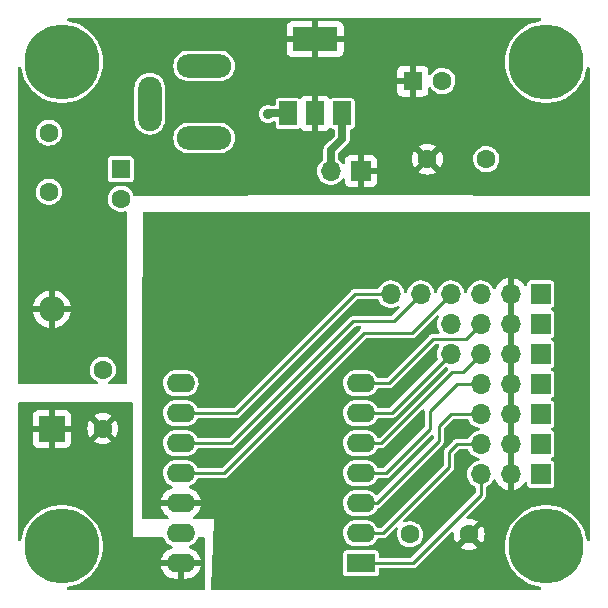
<source format=gtl>
%TF.GenerationSoftware,KiCad,Pcbnew,(6.0.1)*%
%TF.CreationDate,2022-06-03T05:47:02-04:00*%
%TF.ProjectId,QTPy49,51545079-3439-42e6-9b69-6361645f7063,rev?*%
%TF.SameCoordinates,Original*%
%TF.FileFunction,Copper,L1,Top*%
%TF.FilePolarity,Positive*%
%FSLAX46Y46*%
G04 Gerber Fmt 4.6, Leading zero omitted, Abs format (unit mm)*
G04 Created by KiCad (PCBNEW (6.0.1)) date 2022-06-03 05:47:02*
%MOMM*%
%LPD*%
G01*
G04 APERTURE LIST*
%TA.AperFunction,SMDPad,CuDef*%
%ADD10R,1.500000X2.000000*%
%TD*%
%TA.AperFunction,SMDPad,CuDef*%
%ADD11R,3.800000X2.000000*%
%TD*%
%TA.AperFunction,ComponentPad*%
%ADD12R,1.700000X1.700000*%
%TD*%
%TA.AperFunction,ComponentPad*%
%ADD13O,1.700000X1.700000*%
%TD*%
%TA.AperFunction,ComponentPad*%
%ADD14C,6.350000*%
%TD*%
%TA.AperFunction,ComponentPad*%
%ADD15C,1.600000*%
%TD*%
%TA.AperFunction,ComponentPad*%
%ADD16R,1.600000X1.600000*%
%TD*%
%TA.AperFunction,ComponentPad*%
%ADD17O,4.600000X2.000000*%
%TD*%
%TA.AperFunction,ComponentPad*%
%ADD18O,2.000000X4.600000*%
%TD*%
%TA.AperFunction,ComponentPad*%
%ADD19R,2.400000X1.600000*%
%TD*%
%TA.AperFunction,ComponentPad*%
%ADD20O,2.400000X1.600000*%
%TD*%
%TA.AperFunction,ComponentPad*%
%ADD21R,2.200000X2.200000*%
%TD*%
%TA.AperFunction,ComponentPad*%
%ADD22O,2.200000X2.200000*%
%TD*%
%TA.AperFunction,ViaPad*%
%ADD23C,0.889000*%
%TD*%
%TA.AperFunction,Conductor*%
%ADD24C,0.635000*%
%TD*%
%TA.AperFunction,Conductor*%
%ADD25C,0.254000*%
%TD*%
G04 APERTURE END LIST*
D10*
%TO.P,U2,1,GND*%
%TO.N,GND*%
X23145282Y-8365482D03*
%TO.P,U2,2,VO*%
%TO.N,/VREG*%
X25445282Y-8365482D03*
%TO.P,U2,3,VIN*%
%TO.N,/VIN*%
X27745282Y-8365482D03*
D11*
%TO.P,U2,4,VO*%
%TO.N,/VREG*%
X25445282Y-2065482D03*
%TD*%
D12*
%TO.P,J7,1,Pin_1*%
%TO.N,GND*%
X44547282Y-33823482D03*
D13*
%TO.P,J7,2,Pin_2*%
%TO.N,+3V3*%
X42007282Y-33823482D03*
%TO.P,J7,3,Pin_3*%
%TO.N,/AD2*%
X39467282Y-33823482D03*
%TD*%
D14*
%TO.P,MTG1,1*%
%TO.N,N/C*%
X4000000Y-4000000D03*
%TD*%
%TO.P,MTG2,1*%
%TO.N,N/C*%
X45000000Y-4000000D03*
%TD*%
%TO.P,MTG4,1*%
%TO.N,N/C*%
X45000000Y-45000000D03*
%TD*%
D12*
%TO.P,J9,1,Pin_1*%
%TO.N,GND*%
X44547282Y-38903482D03*
D13*
%TO.P,J9,2,Pin_2*%
%TO.N,+3V3*%
X42007282Y-38903482D03*
%TO.P,J9,3,Pin_3*%
%TO.N,/AD0*%
X39467282Y-38903482D03*
%TD*%
D12*
%TO.P,J8,1,Pin_1*%
%TO.N,GND*%
X44532282Y-36363482D03*
D13*
%TO.P,J8,2,Pin_2*%
%TO.N,+3V3*%
X41992282Y-36363482D03*
%TO.P,J8,3,Pin_3*%
%TO.N,/AD1*%
X39452282Y-36363482D03*
%TD*%
D15*
%TO.P,C5,1*%
%TO.N,+5V*%
X7463282Y-35053482D03*
%TO.P,C5,2*%
%TO.N,GND*%
X7463282Y-30053482D03*
%TD*%
D14*
%TO.P,MTG3,1*%
%TO.N,N/C*%
X4000000Y-45000000D03*
%TD*%
D16*
%TO.P,C2,1*%
%TO.N,/VIN*%
X8987282Y-13083103D03*
D15*
%TO.P,C2,2*%
%TO.N,GND*%
X8987282Y-15583103D03*
%TD*%
D16*
%TO.P,C3,1*%
%TO.N,/VREG*%
X33712903Y-5629482D03*
D15*
%TO.P,C3,2*%
%TO.N,GND*%
X36212903Y-5629482D03*
%TD*%
D17*
%TO.P,J1,1,1*%
%TO.N,/VIN*%
X16047282Y-10443400D03*
%TO.P,J1,2,2*%
%TO.N,GND*%
X16047282Y-4343400D03*
D18*
%TO.P,J1,3,3*%
X11447282Y-7543400D03*
%TD*%
D12*
%TO.P,J3,1,Pin_1*%
%TO.N,GND*%
X44547282Y-23663482D03*
D13*
%TO.P,J3,2,Pin_2*%
%TO.N,+3V3*%
X42007282Y-23663482D03*
%TO.P,J3,3,Pin_3*%
%TO.N,/AD3*%
X39467282Y-23663482D03*
%TO.P,J3,4,Pin_4*%
%TO.N,/AD10_MOSI*%
X36927282Y-23663482D03*
%TO.P,J3,5,Pin_5*%
%TO.N,/AD9_MISO*%
X34387282Y-23663482D03*
%TO.P,J3,6,Pin_6*%
%TO.N,/AD8_SCK*%
X31847282Y-23663482D03*
%TD*%
D15*
%TO.P,C1,1*%
%TO.N,/VIN*%
X2891282Y-9987482D03*
%TO.P,C1,2*%
%TO.N,GND*%
X2891282Y-14987482D03*
%TD*%
D12*
%TO.P,J6,1,Pin_1*%
%TO.N,GND*%
X44532282Y-31283482D03*
D13*
%TO.P,J6,2,Pin_2*%
%TO.N,+3V3*%
X41992282Y-31283482D03*
%TO.P,J6,3,Pin_3*%
%TO.N,/AD3*%
X39452282Y-31283482D03*
%TD*%
D12*
%TO.P,J5,1,Pin_1*%
%TO.N,GND*%
X44537282Y-28743482D03*
D13*
%TO.P,J5,2,Pin_2*%
%TO.N,+3V3*%
X41997282Y-28743482D03*
%TO.P,J5,3,Pin_3*%
%TO.N,/D4_SDA*%
X39457282Y-28743482D03*
%TO.P,J5,4,Pin_4*%
%TO.N,/D5_SCL*%
X36917282Y-28743482D03*
%TD*%
D12*
%TO.P,J2,1,Pin_1*%
%TO.N,/VREG*%
X29312282Y-13249482D03*
D13*
%TO.P,J2,2,Pin_2*%
%TO.N,/VIN*%
X26772282Y-13249482D03*
%TD*%
D15*
%TO.P,C6,1*%
%TO.N,+3V3*%
X38474600Y-44000000D03*
%TO.P,C6,2*%
%TO.N,GND*%
X33474600Y-44000000D03*
%TD*%
D19*
%TO.P,BRD1,1,D0/A0/AOUT*%
%TO.N,/AD0*%
X29307282Y-46447282D03*
D20*
%TO.P,BRD1,2,D1/A1/AREF*%
%TO.N,/AD1*%
X29307282Y-43907282D03*
%TO.P,BRD1,3,D2/A2*%
%TO.N,/AD2*%
X29307282Y-41367282D03*
%TO.P,BRD1,4,D3/A3*%
%TO.N,/AD3*%
X29307282Y-38827282D03*
%TO.P,BRD1,5,D4/SDA*%
%TO.N,/D4_SDA*%
X29307282Y-36287282D03*
%TO.P,BRD1,6,D5/SCL*%
%TO.N,/D5_SCL*%
X29307282Y-33747282D03*
%TO.P,BRD1,7,D6/TX/A6*%
%TO.N,/AD6_TX*%
X29307282Y-31207282D03*
%TO.P,BRD1,8,D7/RX/A7*%
%TO.N,/AD7_RX*%
X14067282Y-31207282D03*
%TO.P,BRD1,9,D8/SCK/A8*%
%TO.N,/AD8_SCK*%
X14067282Y-33747282D03*
%TO.P,BRD1,10,D9/MISO/A9*%
%TO.N,/AD9_MISO*%
X14067282Y-36287282D03*
%TO.P,BRD1,11,D10/MOSI/A10*%
%TO.N,/AD10_MOSI*%
X14067282Y-38827282D03*
%TO.P,BRD1,12,3.3V*%
%TO.N,+3V3*%
X14067282Y-41367282D03*
%TO.P,BRD1,13,GND*%
%TO.N,GND*%
X14067282Y-43907282D03*
%TO.P,BRD1,14,5V*%
%TO.N,+5V*%
X14067282Y-46447282D03*
%TD*%
D15*
%TO.P,C4,1*%
%TO.N,/VREG*%
X34935282Y-12233482D03*
%TO.P,C4,2*%
%TO.N,GND*%
X39935282Y-12233482D03*
%TD*%
D12*
%TO.P,J4,1,Pin_1*%
%TO.N,GND*%
X44547282Y-26203482D03*
D13*
%TO.P,J4,2,Pin_2*%
%TO.N,+3V3*%
X42007282Y-26203482D03*
%TO.P,J4,3,Pin_3*%
%TO.N,/AD6_TX*%
X39467282Y-26203482D03*
%TO.P,J4,4,Pin_4*%
%TO.N,/AD7_RX*%
X36927282Y-26203482D03*
%TD*%
D21*
%TO.P,D1,1,K*%
%TO.N,+5V*%
X3145282Y-35093482D03*
D22*
%TO.P,D1,2,A*%
%TO.N,/VREG*%
X3145282Y-24933482D03*
%TD*%
D23*
%TO.N,GND*%
X21433282Y-8423482D03*
%TD*%
D24*
%TO.N,+5V*%
X7423282Y-35093482D02*
X7463282Y-35053482D01*
D25*
%TO.N,/AD0*%
X39467282Y-40681482D02*
X39467282Y-38903482D01*
X33701482Y-46447282D02*
X39467282Y-40681482D01*
X29307282Y-46447282D02*
X33701482Y-46447282D01*
%TO.N,/AD1*%
X39452282Y-36363482D02*
X37435282Y-36363482D01*
X29307282Y-43907282D02*
X31161482Y-43907282D01*
X37435282Y-36363482D02*
X36800282Y-36998482D01*
X31161482Y-43907282D02*
X36800282Y-38268482D01*
X36800282Y-36998482D02*
X36800282Y-38268482D01*
%TO.N,/AD2*%
X36927282Y-33823482D02*
X39467282Y-33823482D01*
X29307282Y-41367282D02*
X30653482Y-41367282D01*
X35911282Y-34839482D02*
X36927282Y-33823482D01*
X35911282Y-36109482D02*
X35911282Y-34839482D01*
X30653482Y-41367282D02*
X35911282Y-36109482D01*
%TO.N,/AD3*%
X37435282Y-31283482D02*
X39452282Y-31283482D01*
X31415482Y-38827282D02*
X35149282Y-35093482D01*
X29307282Y-38827282D02*
X31415482Y-38827282D01*
X35149282Y-33569482D02*
X37435282Y-31283482D01*
X35149282Y-35093482D02*
X35149282Y-33569482D01*
%TO.N,/D4_SDA*%
X29307282Y-36287282D02*
X31041846Y-36287282D01*
X31041846Y-36287282D02*
X37061646Y-30267482D01*
X37061646Y-30267482D02*
X37933282Y-30267482D01*
X37933282Y-30267482D02*
X39457282Y-28743482D01*
%TO.N,/D5_SCL*%
X29307282Y-33747282D02*
X31913482Y-33747282D01*
X31913482Y-33747282D02*
X36917282Y-28743482D01*
%TO.N,/AD6_TX*%
X38197282Y-27473482D02*
X39467282Y-26203482D01*
X35403282Y-27473482D02*
X38197282Y-27473482D01*
X31669482Y-31207282D02*
X35403282Y-27473482D01*
X29307282Y-31207282D02*
X31669482Y-31207282D01*
%TO.N,/AD8_SCK*%
X14067282Y-33747282D02*
X18715482Y-33747282D01*
X18715482Y-33747282D02*
X28799282Y-23663482D01*
X28799282Y-23663482D02*
X31847282Y-23663482D01*
%TO.N,/AD9_MISO*%
X14067282Y-36287282D02*
X18345382Y-36287282D01*
X18345382Y-36287282D02*
X28683182Y-25949482D01*
X28683182Y-25949482D02*
X32101282Y-25949482D01*
X32101282Y-25949482D02*
X34387282Y-23663482D01*
%TO.N,/AD10_MOSI*%
X29561282Y-26965482D02*
X33625282Y-26965482D01*
X17699482Y-38827282D02*
X29561282Y-26965482D01*
X33625282Y-26965482D02*
X36927282Y-23663482D01*
X14067282Y-38827282D02*
X17699482Y-38827282D01*
D24*
%TO.N,/VIN*%
X26772282Y-11476482D02*
X26772282Y-13249482D01*
X27745282Y-10493482D02*
X26767282Y-11471482D01*
X27745282Y-8365482D02*
X27745282Y-10493482D01*
X26767282Y-11471482D02*
X26772282Y-11476482D01*
%TO.N,GND*%
X23145282Y-8365482D02*
X21491282Y-8365482D01*
X21491282Y-8365482D02*
X21433282Y-8423482D01*
%TD*%
%TA.AperFunction,Conductor*%
%TO.N,+3V3*%
G36*
X48637321Y-16698484D02*
G01*
X48683814Y-16752140D01*
X48695200Y-16804482D01*
X48695200Y-44481938D01*
X48675198Y-44550059D01*
X48621542Y-44596552D01*
X48551268Y-44606656D01*
X48486688Y-44577162D01*
X48448304Y-44517436D01*
X48444751Y-44501649D01*
X48436807Y-44451492D01*
X48408919Y-44275412D01*
X48314504Y-43923052D01*
X48183775Y-43582492D01*
X48127529Y-43472103D01*
X48019663Y-43260403D01*
X48019659Y-43260396D01*
X48018164Y-43257462D01*
X47819486Y-42951524D01*
X47589916Y-42668029D01*
X47331971Y-42410084D01*
X47048476Y-42180514D01*
X46789068Y-42012053D01*
X46745307Y-41983634D01*
X46745304Y-41983632D01*
X46742538Y-41981836D01*
X46739604Y-41980341D01*
X46739597Y-41980337D01*
X46420448Y-41817723D01*
X46417508Y-41816225D01*
X46158464Y-41716787D01*
X46080038Y-41686682D01*
X46080036Y-41686681D01*
X46076948Y-41685496D01*
X45724588Y-41591081D01*
X45533013Y-41560739D01*
X45367538Y-41534530D01*
X45367530Y-41534529D01*
X45364290Y-41534016D01*
X45000000Y-41514924D01*
X44635710Y-41534016D01*
X44632470Y-41534529D01*
X44632462Y-41534530D01*
X44466987Y-41560739D01*
X44275412Y-41591081D01*
X43923052Y-41685496D01*
X43919964Y-41686681D01*
X43919962Y-41686682D01*
X43841536Y-41716787D01*
X43582492Y-41816225D01*
X43579552Y-41817723D01*
X43260403Y-41980337D01*
X43260396Y-41980341D01*
X43257462Y-41981836D01*
X43254696Y-41983632D01*
X43254693Y-41983634D01*
X43210932Y-42012053D01*
X42951524Y-42180514D01*
X42668029Y-42410084D01*
X42410084Y-42668029D01*
X42180514Y-42951524D01*
X41981836Y-43257462D01*
X41980341Y-43260396D01*
X41980337Y-43260403D01*
X41872471Y-43472103D01*
X41816225Y-43582492D01*
X41685496Y-43923052D01*
X41591081Y-44275412D01*
X41570955Y-44402487D01*
X41535252Y-44627907D01*
X41534016Y-44635710D01*
X41514924Y-45000000D01*
X41534016Y-45364290D01*
X41534529Y-45367530D01*
X41534530Y-45367538D01*
X41557558Y-45512929D01*
X41591081Y-45724588D01*
X41685496Y-46076948D01*
X41816225Y-46417508D01*
X41817723Y-46420448D01*
X41973930Y-46727021D01*
X41981836Y-46742538D01*
X41983632Y-46745304D01*
X41983634Y-46745307D01*
X42061291Y-46864888D01*
X42180514Y-47048476D01*
X42410084Y-47331971D01*
X42668029Y-47589916D01*
X42951524Y-47819486D01*
X43257462Y-48018164D01*
X43260396Y-48019659D01*
X43260403Y-48019663D01*
X43363998Y-48072447D01*
X43582492Y-48183775D01*
X43923052Y-48314504D01*
X44275412Y-48408919D01*
X44501649Y-48444751D01*
X44565802Y-48475163D01*
X44603329Y-48535431D01*
X44602315Y-48606421D01*
X44563082Y-48665593D01*
X44498087Y-48694161D01*
X44481938Y-48695200D01*
X16751744Y-48695200D01*
X16683623Y-48675198D01*
X16637130Y-48621542D01*
X16625847Y-48564137D01*
X16775792Y-44837931D01*
X16860554Y-42731585D01*
X16860554Y-42731583D01*
X16861282Y-42713482D01*
X15224758Y-42713482D01*
X15156637Y-42693480D01*
X15110144Y-42639824D01*
X15100040Y-42569550D01*
X15129534Y-42504970D01*
X15152487Y-42484269D01*
X15306749Y-42376254D01*
X15315157Y-42369198D01*
X15469198Y-42215157D01*
X15476254Y-42206749D01*
X15601213Y-42028289D01*
X15606696Y-42018793D01*
X15698772Y-41821335D01*
X15702518Y-41811043D01*
X15748676Y-41638779D01*
X15748340Y-41624683D01*
X15740398Y-41621282D01*
X12399315Y-41621282D01*
X12385784Y-41625255D01*
X12384555Y-41633804D01*
X12432046Y-41811043D01*
X12435792Y-41821335D01*
X12527868Y-42018793D01*
X12533351Y-42028289D01*
X12658310Y-42206749D01*
X12665366Y-42215157D01*
X12819407Y-42369198D01*
X12827815Y-42376254D01*
X12982077Y-42484269D01*
X13026405Y-42539726D01*
X13033714Y-42610345D01*
X13001683Y-42673706D01*
X12940482Y-42709691D01*
X12909806Y-42713482D01*
X10902750Y-42713482D01*
X10834629Y-42693480D01*
X10788136Y-42639824D01*
X10776750Y-42587129D01*
X10780925Y-41095785D01*
X12385888Y-41095785D01*
X12386224Y-41109881D01*
X12394166Y-41113282D01*
X15735249Y-41113282D01*
X15748780Y-41109309D01*
X15750009Y-41100760D01*
X15702518Y-40923521D01*
X15698772Y-40913229D01*
X15606696Y-40715771D01*
X15601213Y-40706275D01*
X15476254Y-40527815D01*
X15469198Y-40519407D01*
X15315157Y-40365366D01*
X15306749Y-40358310D01*
X15128289Y-40233351D01*
X15118793Y-40227868D01*
X14921335Y-40135792D01*
X14911043Y-40132046D01*
X14840481Y-40113139D01*
X14779858Y-40076187D01*
X14748837Y-40012326D01*
X14757265Y-39941832D01*
X14802468Y-39887085D01*
X14837623Y-39870527D01*
X14879622Y-39858206D01*
X14926427Y-39834100D01*
X15061795Y-39764381D01*
X15061798Y-39764379D01*
X15067126Y-39761635D01*
X15232986Y-39631350D01*
X15236918Y-39626819D01*
X15236921Y-39626816D01*
X15367286Y-39476583D01*
X15371217Y-39472053D01*
X15374217Y-39466867D01*
X15374220Y-39466863D01*
X15457743Y-39322487D01*
X15509168Y-39273538D01*
X15566807Y-39259582D01*
X17666350Y-39259582D01*
X17681159Y-39260455D01*
X17713215Y-39264249D01*
X17768551Y-39254143D01*
X17772404Y-39253502D01*
X17828031Y-39245138D01*
X17834277Y-39242139D01*
X17841093Y-39240894D01*
X17891015Y-39214962D01*
X17894517Y-39213213D01*
X17917143Y-39202348D01*
X17945215Y-39188868D01*
X17950304Y-39184163D01*
X17956452Y-39180970D01*
X17961289Y-39176840D01*
X17996977Y-39141152D01*
X18000543Y-39137723D01*
X18033756Y-39107021D01*
X18040673Y-39100627D01*
X18044247Y-39094474D01*
X18049332Y-39088797D01*
X23867919Y-33270210D01*
X29703441Y-27434687D01*
X29765753Y-27400661D01*
X29792536Y-27397782D01*
X33592150Y-27397782D01*
X33606959Y-27398655D01*
X33639015Y-27402449D01*
X33694351Y-27392343D01*
X33698204Y-27391702D01*
X33753831Y-27383338D01*
X33760077Y-27380339D01*
X33766893Y-27379094D01*
X33816815Y-27353162D01*
X33820317Y-27351413D01*
X33842943Y-27340548D01*
X33871015Y-27327068D01*
X33876104Y-27322363D01*
X33882252Y-27319170D01*
X33887089Y-27315040D01*
X33922777Y-27279352D01*
X33926343Y-27275923D01*
X33959556Y-27245221D01*
X33966473Y-27238827D01*
X33970047Y-27232674D01*
X33975132Y-27226997D01*
X35726171Y-25475958D01*
X35788483Y-25441932D01*
X35859298Y-25446997D01*
X35916134Y-25489544D01*
X35940945Y-25556064D01*
X35926775Y-25623720D01*
X35858041Y-25754362D01*
X35858039Y-25754367D01*
X35855352Y-25759474D01*
X35792387Y-25962253D01*
X35767431Y-26173110D01*
X35781318Y-26384985D01*
X35833583Y-26590781D01*
X35922477Y-26783606D01*
X35925810Y-26788322D01*
X35964072Y-26842462D01*
X35987053Y-26909636D01*
X35970068Y-26978572D01*
X35918511Y-27027381D01*
X35861175Y-27041182D01*
X35436422Y-27041182D01*
X35421614Y-27040309D01*
X35389550Y-27036514D01*
X35380286Y-27038206D01*
X35380285Y-27038206D01*
X35334203Y-27046622D01*
X35330301Y-27047271D01*
X35284050Y-27054225D01*
X35284049Y-27054225D01*
X35274733Y-27055626D01*
X35268487Y-27058625D01*
X35261671Y-27059870D01*
X35211763Y-27085795D01*
X35208234Y-27087558D01*
X35166041Y-27107818D01*
X35166039Y-27107819D01*
X35157549Y-27111896D01*
X35152462Y-27116598D01*
X35146312Y-27119793D01*
X35141475Y-27123924D01*
X35105787Y-27159612D01*
X35102221Y-27163041D01*
X35062091Y-27200137D01*
X35058517Y-27206290D01*
X35053432Y-27211967D01*
X31527322Y-30738077D01*
X31465010Y-30772103D01*
X31438227Y-30774982D01*
X30806045Y-30774982D01*
X30737924Y-30754980D01*
X30691344Y-30701132D01*
X30672304Y-30659256D01*
X30672302Y-30659252D01*
X30669822Y-30653797D01*
X30547795Y-30481771D01*
X30395440Y-30335923D01*
X30218255Y-30221516D01*
X30113012Y-30179102D01*
X30028201Y-30144922D01*
X30028198Y-30144921D01*
X30022632Y-30142678D01*
X29899722Y-30118675D01*
X29820077Y-30103121D01*
X29820074Y-30103121D01*
X29815631Y-30102253D01*
X29810090Y-30101982D01*
X28854583Y-30101982D01*
X28697324Y-30116986D01*
X28494942Y-30176358D01*
X28489615Y-30179102D01*
X28489614Y-30179102D01*
X28312769Y-30270183D01*
X28312766Y-30270185D01*
X28307438Y-30272929D01*
X28141578Y-30403214D01*
X28137646Y-30407745D01*
X28137643Y-30407748D01*
X28051409Y-30507124D01*
X28003347Y-30562511D01*
X28000347Y-30567697D01*
X28000344Y-30567701D01*
X27923934Y-30699782D01*
X27897732Y-30745074D01*
X27828544Y-30944314D01*
X27798280Y-31153043D01*
X27808031Y-31363729D01*
X27809435Y-31369554D01*
X27845548Y-31519398D01*
X27857446Y-31568769D01*
X27859928Y-31574227D01*
X27859929Y-31574231D01*
X27895988Y-31653538D01*
X27944742Y-31760767D01*
X28066769Y-31932793D01*
X28219124Y-32078641D01*
X28396309Y-32193048D01*
X28401875Y-32195291D01*
X28586363Y-32269642D01*
X28586366Y-32269643D01*
X28591932Y-32271886D01*
X28695608Y-32292133D01*
X28794487Y-32311443D01*
X28794490Y-32311443D01*
X28798933Y-32312311D01*
X28804474Y-32312582D01*
X29759981Y-32312582D01*
X29917240Y-32297578D01*
X30119622Y-32238206D01*
X30166427Y-32214100D01*
X30301795Y-32144381D01*
X30301798Y-32144379D01*
X30307126Y-32141635D01*
X30472986Y-32011350D01*
X30476918Y-32006819D01*
X30476921Y-32006816D01*
X30607286Y-31856583D01*
X30611217Y-31852053D01*
X30614217Y-31846867D01*
X30614220Y-31846863D01*
X30697743Y-31702487D01*
X30749168Y-31653538D01*
X30806807Y-31639582D01*
X31636350Y-31639582D01*
X31651159Y-31640455D01*
X31683215Y-31644249D01*
X31738551Y-31634143D01*
X31742404Y-31633502D01*
X31798031Y-31625138D01*
X31804277Y-31622139D01*
X31811093Y-31620894D01*
X31861015Y-31594962D01*
X31864517Y-31593213D01*
X31887143Y-31582348D01*
X31915215Y-31568868D01*
X31920304Y-31564163D01*
X31926452Y-31560970D01*
X31931289Y-31556840D01*
X31966977Y-31521152D01*
X31970543Y-31517723D01*
X32003756Y-31487021D01*
X32010673Y-31480627D01*
X32014247Y-31474474D01*
X32019332Y-31468797D01*
X35545442Y-27942687D01*
X35607754Y-27908661D01*
X35634537Y-27905782D01*
X35846666Y-27905782D01*
X35914787Y-27925784D01*
X35961280Y-27979440D01*
X35971384Y-28049714D01*
X35949325Y-28101137D01*
X35950937Y-28102184D01*
X35947789Y-28107031D01*
X35944215Y-28111565D01*
X35941527Y-28116674D01*
X35848041Y-28294362D01*
X35848039Y-28294367D01*
X35845352Y-28299474D01*
X35782387Y-28502253D01*
X35757431Y-28713110D01*
X35771318Y-28924985D01*
X35822323Y-29125819D01*
X35823583Y-29130781D01*
X35822608Y-29131029D01*
X35826198Y-29196495D01*
X35792635Y-29256764D01*
X31771322Y-33278077D01*
X31709010Y-33312103D01*
X31682227Y-33314982D01*
X30806045Y-33314982D01*
X30737924Y-33294980D01*
X30691344Y-33241132D01*
X30672304Y-33199256D01*
X30669822Y-33193797D01*
X30558538Y-33036916D01*
X30551261Y-33026657D01*
X30551260Y-33026656D01*
X30547795Y-33021771D01*
X30395440Y-32875923D01*
X30218255Y-32761516D01*
X30113012Y-32719102D01*
X30028201Y-32684922D01*
X30028198Y-32684921D01*
X30022632Y-32682678D01*
X29891073Y-32656986D01*
X29820077Y-32643121D01*
X29820074Y-32643121D01*
X29815631Y-32642253D01*
X29810090Y-32641982D01*
X28854583Y-32641982D01*
X28697324Y-32656986D01*
X28494942Y-32716358D01*
X28489615Y-32719102D01*
X28489614Y-32719102D01*
X28312769Y-32810183D01*
X28312766Y-32810185D01*
X28307438Y-32812929D01*
X28141578Y-32943214D01*
X28137646Y-32947745D01*
X28137643Y-32947748D01*
X28051409Y-33047124D01*
X28003347Y-33102511D01*
X28000347Y-33107697D01*
X28000344Y-33107701D01*
X27923153Y-33241132D01*
X27897732Y-33285074D01*
X27828544Y-33484314D01*
X27827684Y-33490247D01*
X27827683Y-33490250D01*
X27810024Y-33612043D01*
X27798280Y-33693043D01*
X27808031Y-33903729D01*
X27809435Y-33909554D01*
X27845548Y-34059398D01*
X27857446Y-34108769D01*
X27859928Y-34114227D01*
X27859929Y-34114231D01*
X27895988Y-34193538D01*
X27944742Y-34300767D01*
X28066769Y-34472793D01*
X28219124Y-34618641D01*
X28396309Y-34733048D01*
X28401875Y-34735291D01*
X28586363Y-34809642D01*
X28586366Y-34809643D01*
X28591932Y-34811886D01*
X28695608Y-34832133D01*
X28794487Y-34851443D01*
X28794490Y-34851443D01*
X28798933Y-34852311D01*
X28804474Y-34852582D01*
X29759981Y-34852582D01*
X29917240Y-34837578D01*
X30119622Y-34778206D01*
X30166427Y-34754100D01*
X30301795Y-34684381D01*
X30301798Y-34684379D01*
X30307126Y-34681635D01*
X30472986Y-34551350D01*
X30476918Y-34546819D01*
X30476921Y-34546816D01*
X30607286Y-34396583D01*
X30611217Y-34392053D01*
X30614217Y-34386867D01*
X30614220Y-34386863D01*
X30697743Y-34242487D01*
X30749168Y-34193538D01*
X30806807Y-34179582D01*
X31880350Y-34179582D01*
X31895159Y-34180455D01*
X31927215Y-34184249D01*
X31982551Y-34174143D01*
X31986404Y-34173502D01*
X32042031Y-34165138D01*
X32048277Y-34162139D01*
X32055093Y-34160894D01*
X32105015Y-34134962D01*
X32108517Y-34133213D01*
X32131143Y-34122348D01*
X32159215Y-34108868D01*
X32164304Y-34104163D01*
X32170452Y-34100970D01*
X32175289Y-34096840D01*
X32210977Y-34061152D01*
X32214543Y-34057723D01*
X32247756Y-34027021D01*
X32254673Y-34020627D01*
X32258247Y-34014474D01*
X32263332Y-34008797D01*
X36404943Y-29867186D01*
X36467255Y-29833160D01*
X36543772Y-29840512D01*
X36553438Y-29844664D01*
X36558745Y-29846944D01*
X36564378Y-29848219D01*
X36564379Y-29848219D01*
X36590383Y-29854103D01*
X36652410Y-29888645D01*
X36685916Y-29951238D01*
X36680262Y-30022009D01*
X36651672Y-30066091D01*
X30899686Y-35818077D01*
X30837374Y-35852103D01*
X30810591Y-35854982D01*
X30806045Y-35854982D01*
X30737924Y-35834980D01*
X30691344Y-35781132D01*
X30672304Y-35739256D01*
X30669822Y-35733797D01*
X30558538Y-35576916D01*
X30551261Y-35566657D01*
X30551260Y-35566656D01*
X30547795Y-35561771D01*
X30395440Y-35415923D01*
X30218255Y-35301516D01*
X30113012Y-35259102D01*
X30028201Y-35224922D01*
X30028198Y-35224921D01*
X30022632Y-35222678D01*
X29891073Y-35196986D01*
X29820077Y-35183121D01*
X29820074Y-35183121D01*
X29815631Y-35182253D01*
X29810090Y-35181982D01*
X28854583Y-35181982D01*
X28697324Y-35196986D01*
X28494942Y-35256358D01*
X28489615Y-35259102D01*
X28489614Y-35259102D01*
X28312769Y-35350183D01*
X28312766Y-35350185D01*
X28307438Y-35352929D01*
X28141578Y-35483214D01*
X28137646Y-35487745D01*
X28137643Y-35487748D01*
X28051409Y-35587124D01*
X28003347Y-35642511D01*
X28000347Y-35647697D01*
X28000344Y-35647701D01*
X27923153Y-35781132D01*
X27897732Y-35825074D01*
X27828544Y-36024314D01*
X27827684Y-36030247D01*
X27827683Y-36030250D01*
X27799141Y-36227103D01*
X27798280Y-36233043D01*
X27808031Y-36443729D01*
X27809435Y-36449554D01*
X27845548Y-36599398D01*
X27857446Y-36648769D01*
X27859928Y-36654227D01*
X27859929Y-36654231D01*
X27895988Y-36733538D01*
X27944742Y-36840767D01*
X28066769Y-37012793D01*
X28219124Y-37158641D01*
X28396309Y-37273048D01*
X28401875Y-37275291D01*
X28586363Y-37349642D01*
X28586366Y-37349643D01*
X28591932Y-37351886D01*
X28695608Y-37372133D01*
X28794487Y-37391443D01*
X28794490Y-37391443D01*
X28798933Y-37392311D01*
X28804474Y-37392582D01*
X29759981Y-37392582D01*
X29917240Y-37377578D01*
X30119622Y-37318206D01*
X30166427Y-37294100D01*
X30301795Y-37224381D01*
X30301798Y-37224379D01*
X30307126Y-37221635D01*
X30472986Y-37091350D01*
X30476918Y-37086819D01*
X30476921Y-37086816D01*
X30607286Y-36936583D01*
X30611217Y-36932053D01*
X30614217Y-36926867D01*
X30614220Y-36926863D01*
X30697743Y-36782487D01*
X30749168Y-36733538D01*
X30806807Y-36719582D01*
X31008714Y-36719582D01*
X31023523Y-36720455D01*
X31055579Y-36724249D01*
X31110915Y-36714143D01*
X31114768Y-36713502D01*
X31170395Y-36705138D01*
X31176641Y-36702139D01*
X31183457Y-36700894D01*
X31233379Y-36674962D01*
X31236881Y-36673213D01*
X31259507Y-36662348D01*
X31287579Y-36648868D01*
X31292668Y-36644163D01*
X31298816Y-36640970D01*
X31303653Y-36636840D01*
X31339341Y-36601152D01*
X31342907Y-36597723D01*
X31376120Y-36567021D01*
X31383037Y-36560627D01*
X31386611Y-36554474D01*
X31391696Y-36548797D01*
X34501887Y-33438606D01*
X34564199Y-33404580D01*
X34635014Y-33409645D01*
X34691850Y-33452192D01*
X34716661Y-33518712D01*
X34716982Y-33527701D01*
X34716982Y-33557895D01*
X34716885Y-33562841D01*
X34714739Y-33617456D01*
X34716563Y-33624336D01*
X34716982Y-33631948D01*
X34716982Y-34862227D01*
X34696980Y-34930348D01*
X34680077Y-34951322D01*
X31273322Y-38358077D01*
X31211010Y-38392103D01*
X31184227Y-38394982D01*
X30806045Y-38394982D01*
X30737924Y-38374980D01*
X30691344Y-38321132D01*
X30672304Y-38279256D01*
X30669822Y-38273797D01*
X30558538Y-38116916D01*
X30551261Y-38106657D01*
X30551260Y-38106656D01*
X30547795Y-38101771D01*
X30395440Y-37955923D01*
X30218255Y-37841516D01*
X30113012Y-37799102D01*
X30028201Y-37764922D01*
X30028198Y-37764921D01*
X30022632Y-37762678D01*
X29891073Y-37736986D01*
X29820077Y-37723121D01*
X29820074Y-37723121D01*
X29815631Y-37722253D01*
X29810090Y-37721982D01*
X28854583Y-37721982D01*
X28697324Y-37736986D01*
X28494942Y-37796358D01*
X28489615Y-37799102D01*
X28489614Y-37799102D01*
X28312769Y-37890183D01*
X28312766Y-37890185D01*
X28307438Y-37892929D01*
X28141578Y-38023214D01*
X28137646Y-38027745D01*
X28137643Y-38027748D01*
X28052104Y-38126323D01*
X28003347Y-38182511D01*
X28000347Y-38187697D01*
X28000344Y-38187701D01*
X27923153Y-38321132D01*
X27897732Y-38365074D01*
X27828544Y-38564314D01*
X27827684Y-38570247D01*
X27827683Y-38570250D01*
X27810024Y-38692043D01*
X27798280Y-38773043D01*
X27808031Y-38983729D01*
X27809435Y-38989554D01*
X27845548Y-39139398D01*
X27857446Y-39188769D01*
X27859928Y-39194227D01*
X27859929Y-39194231D01*
X27895988Y-39273538D01*
X27944742Y-39380767D01*
X28066769Y-39552793D01*
X28219124Y-39698641D01*
X28396309Y-39813048D01*
X28401875Y-39815291D01*
X28586363Y-39889642D01*
X28586366Y-39889643D01*
X28591932Y-39891886D01*
X28695608Y-39912133D01*
X28794487Y-39931443D01*
X28794490Y-39931443D01*
X28798933Y-39932311D01*
X28804474Y-39932582D01*
X29759981Y-39932582D01*
X29917240Y-39917578D01*
X30119622Y-39858206D01*
X30166427Y-39834100D01*
X30301795Y-39764381D01*
X30301798Y-39764379D01*
X30307126Y-39761635D01*
X30472986Y-39631350D01*
X30476918Y-39626819D01*
X30476921Y-39626816D01*
X30607286Y-39476583D01*
X30611217Y-39472053D01*
X30614217Y-39466867D01*
X30614220Y-39466863D01*
X30697743Y-39322487D01*
X30749168Y-39273538D01*
X30806807Y-39259582D01*
X31382350Y-39259582D01*
X31397159Y-39260455D01*
X31429215Y-39264249D01*
X31484551Y-39254143D01*
X31488404Y-39253502D01*
X31544031Y-39245138D01*
X31550277Y-39242139D01*
X31557093Y-39240894D01*
X31607015Y-39214962D01*
X31610517Y-39213213D01*
X31633143Y-39202348D01*
X31661215Y-39188868D01*
X31666304Y-39184163D01*
X31672452Y-39180970D01*
X31677289Y-39176840D01*
X31712977Y-39141152D01*
X31716543Y-39137723D01*
X31749756Y-39107021D01*
X31756673Y-39100627D01*
X31760247Y-39094474D01*
X31765332Y-39088797D01*
X35263887Y-35590242D01*
X35326199Y-35556216D01*
X35397014Y-35561281D01*
X35453850Y-35603828D01*
X35478661Y-35670348D01*
X35478982Y-35679337D01*
X35478982Y-35878228D01*
X35458980Y-35946349D01*
X35442077Y-35967323D01*
X30744546Y-40664853D01*
X30682234Y-40698879D01*
X30611419Y-40693814D01*
X30555562Y-40650876D01*
X30555184Y-40651202D01*
X30553602Y-40649369D01*
X30552686Y-40648665D01*
X30551264Y-40646661D01*
X30551263Y-40646659D01*
X30547795Y-40641771D01*
X30419972Y-40519407D01*
X30399770Y-40500068D01*
X30395440Y-40495923D01*
X30218255Y-40381516D01*
X30113012Y-40339102D01*
X30028201Y-40304922D01*
X30028198Y-40304921D01*
X30022632Y-40302678D01*
X29891073Y-40276986D01*
X29820077Y-40263121D01*
X29820074Y-40263121D01*
X29815631Y-40262253D01*
X29810090Y-40261982D01*
X28854583Y-40261982D01*
X28697324Y-40276986D01*
X28494942Y-40336358D01*
X28489615Y-40339102D01*
X28489614Y-40339102D01*
X28312769Y-40430183D01*
X28312766Y-40430185D01*
X28307438Y-40432929D01*
X28141578Y-40563214D01*
X28137646Y-40567745D01*
X28137643Y-40567748D01*
X28069166Y-40646661D01*
X28003347Y-40722511D01*
X28000347Y-40727697D01*
X28000344Y-40727701D01*
X27921014Y-40864830D01*
X27897732Y-40905074D01*
X27828544Y-41104314D01*
X27827684Y-41110247D01*
X27827683Y-41110250D01*
X27799141Y-41307103D01*
X27798280Y-41313043D01*
X27808031Y-41523729D01*
X27809435Y-41529554D01*
X27845548Y-41679398D01*
X27857446Y-41728769D01*
X27859928Y-41734227D01*
X27859929Y-41734231D01*
X27896671Y-41815041D01*
X27944742Y-41920767D01*
X28066769Y-42092793D01*
X28219124Y-42238641D01*
X28396309Y-42353048D01*
X28453891Y-42376254D01*
X28586363Y-42429642D01*
X28586366Y-42429643D01*
X28591932Y-42431886D01*
X28695608Y-42452133D01*
X28794487Y-42471443D01*
X28794490Y-42471443D01*
X28798933Y-42472311D01*
X28804474Y-42472582D01*
X29759981Y-42472582D01*
X29917240Y-42457578D01*
X30119622Y-42398206D01*
X30124950Y-42395462D01*
X30301795Y-42304381D01*
X30301798Y-42304379D01*
X30307126Y-42301635D01*
X30472986Y-42171350D01*
X30476918Y-42166819D01*
X30476921Y-42166816D01*
X30607286Y-42016583D01*
X30611217Y-42012053D01*
X30614217Y-42006867D01*
X30614220Y-42006863D01*
X30667183Y-41915312D01*
X30710006Y-41841289D01*
X30761430Y-41792342D01*
X30776344Y-41785993D01*
X30782031Y-41785138D01*
X30788277Y-41782139D01*
X30795093Y-41780894D01*
X30845015Y-41754962D01*
X30848517Y-41753213D01*
X30871143Y-41742348D01*
X30899215Y-41728868D01*
X30904304Y-41724163D01*
X30910452Y-41720970D01*
X30915289Y-41716840D01*
X30950977Y-41681152D01*
X30954543Y-41677723D01*
X30987756Y-41647021D01*
X30994673Y-41640627D01*
X30998247Y-41634474D01*
X31003332Y-41628797D01*
X36193534Y-36438595D01*
X36204623Y-36428740D01*
X36205549Y-36428010D01*
X36229975Y-36408754D01*
X36261944Y-36362498D01*
X36264231Y-36359298D01*
X36292053Y-36321629D01*
X36297649Y-36314053D01*
X36299945Y-36307516D01*
X36303884Y-36301816D01*
X36320844Y-36248188D01*
X36322095Y-36244440D01*
X36326098Y-36233043D01*
X36340721Y-36191402D01*
X36340993Y-36184481D01*
X36343083Y-36177872D01*
X36343582Y-36171531D01*
X36343582Y-36121069D01*
X36343679Y-36116122D01*
X36345455Y-36070920D01*
X36345825Y-36061508D01*
X36344001Y-36054628D01*
X36343582Y-36047019D01*
X36343582Y-35070737D01*
X36363584Y-35002616D01*
X36380487Y-34981642D01*
X37069442Y-34292687D01*
X37131754Y-34258661D01*
X37158537Y-34255782D01*
X38313671Y-34255782D01*
X38381792Y-34275784D01*
X38428097Y-34329030D01*
X38462477Y-34403606D01*
X38585022Y-34577003D01*
X38657484Y-34647593D01*
X38721849Y-34710294D01*
X38737114Y-34725165D01*
X38741910Y-34728370D01*
X38741913Y-34728372D01*
X38813168Y-34775983D01*
X38913659Y-34843129D01*
X38918967Y-34845410D01*
X38918968Y-34845410D01*
X39103442Y-34924666D01*
X39103445Y-34924667D01*
X39108745Y-34926944D01*
X39218031Y-34951673D01*
X39302895Y-34970876D01*
X39364922Y-35005419D01*
X39398426Y-35068012D01*
X39392772Y-35138784D01*
X39349753Y-35195263D01*
X39296425Y-35217949D01*
X39157677Y-35241790D01*
X39157674Y-35241791D01*
X39151987Y-35242768D01*
X38952782Y-35316258D01*
X38895760Y-35350183D01*
X38790726Y-35412672D01*
X38770305Y-35424821D01*
X38610667Y-35564819D01*
X38607100Y-35569344D01*
X38607095Y-35569349D01*
X38482789Y-35727031D01*
X38479215Y-35731565D01*
X38415798Y-35852103D01*
X38409618Y-35863849D01*
X38360198Y-35914822D01*
X38298109Y-35931182D01*
X37468422Y-35931182D01*
X37453614Y-35930309D01*
X37421550Y-35926514D01*
X37412286Y-35928206D01*
X37412285Y-35928206D01*
X37366203Y-35936622D01*
X37362301Y-35937271D01*
X37316050Y-35944225D01*
X37316049Y-35944225D01*
X37306733Y-35945626D01*
X37300487Y-35948625D01*
X37293671Y-35949870D01*
X37243763Y-35975795D01*
X37240234Y-35977558D01*
X37198041Y-35997818D01*
X37198039Y-35997819D01*
X37189549Y-36001896D01*
X37184462Y-36006598D01*
X37178312Y-36009793D01*
X37173475Y-36013924D01*
X37137787Y-36049612D01*
X37134221Y-36053041D01*
X37094091Y-36090137D01*
X37090517Y-36096290D01*
X37085432Y-36101967D01*
X36518030Y-36669369D01*
X36506941Y-36679224D01*
X36481589Y-36699210D01*
X36471714Y-36713499D01*
X36449634Y-36745446D01*
X36447333Y-36748666D01*
X36436092Y-36763885D01*
X36413915Y-36793911D01*
X36411619Y-36800448D01*
X36407680Y-36806148D01*
X36395186Y-36845654D01*
X36390722Y-36859769D01*
X36389471Y-36863518D01*
X36370843Y-36916562D01*
X36370571Y-36923483D01*
X36368481Y-36930092D01*
X36367982Y-36936433D01*
X36367982Y-36986895D01*
X36367885Y-36991841D01*
X36365739Y-37046456D01*
X36367563Y-37053336D01*
X36367982Y-37060948D01*
X36367982Y-38037228D01*
X36347980Y-38105349D01*
X36331077Y-38126323D01*
X31019322Y-43438077D01*
X30957010Y-43472103D01*
X30930227Y-43474982D01*
X30806045Y-43474982D01*
X30737924Y-43454980D01*
X30691344Y-43401132D01*
X30672304Y-43359256D01*
X30669822Y-43353797D01*
X30547795Y-43181771D01*
X30395440Y-43035923D01*
X30218255Y-42921516D01*
X30113012Y-42879102D01*
X30028201Y-42844922D01*
X30028198Y-42844921D01*
X30022632Y-42842678D01*
X29918956Y-42822431D01*
X29820077Y-42803121D01*
X29820074Y-42803121D01*
X29815631Y-42802253D01*
X29810090Y-42801982D01*
X28854583Y-42801982D01*
X28697324Y-42816986D01*
X28494942Y-42876358D01*
X28489615Y-42879102D01*
X28489614Y-42879102D01*
X28312769Y-42970183D01*
X28312766Y-42970185D01*
X28307438Y-42972929D01*
X28141578Y-43103214D01*
X28137646Y-43107745D01*
X28137643Y-43107748D01*
X28069170Y-43186657D01*
X28003347Y-43262511D01*
X28000347Y-43267697D01*
X28000344Y-43267701D01*
X27914910Y-43415380D01*
X27897732Y-43445074D01*
X27828544Y-43644314D01*
X27827684Y-43650247D01*
X27827683Y-43650250D01*
X27805468Y-43803469D01*
X27798280Y-43853043D01*
X27808031Y-44063729D01*
X27809435Y-44069554D01*
X27855124Y-44259133D01*
X27857446Y-44268769D01*
X27859928Y-44274227D01*
X27859929Y-44274231D01*
X27895988Y-44353538D01*
X27944742Y-44460767D01*
X28066769Y-44632793D01*
X28219124Y-44778641D01*
X28396309Y-44893048D01*
X28401875Y-44895291D01*
X28586363Y-44969642D01*
X28586366Y-44969643D01*
X28591932Y-44971886D01*
X28695608Y-44992133D01*
X28794487Y-45011443D01*
X28794490Y-45011443D01*
X28798933Y-45012311D01*
X28804474Y-45012582D01*
X29759981Y-45012582D01*
X29917240Y-44997578D01*
X30119622Y-44938206D01*
X30260079Y-44865866D01*
X30301795Y-44844381D01*
X30301798Y-44844379D01*
X30307126Y-44841635D01*
X30472986Y-44711350D01*
X30476918Y-44706819D01*
X30476921Y-44706816D01*
X30607286Y-44556583D01*
X30611217Y-44552053D01*
X30614217Y-44546867D01*
X30614220Y-44546863D01*
X30697743Y-44402487D01*
X30749168Y-44353538D01*
X30806807Y-44339582D01*
X31128350Y-44339582D01*
X31143159Y-44340455D01*
X31175215Y-44344249D01*
X31230551Y-44334143D01*
X31234404Y-44333502D01*
X31290031Y-44325138D01*
X31296277Y-44322139D01*
X31303093Y-44320894D01*
X31353015Y-44294962D01*
X31356517Y-44293213D01*
X31393587Y-44275412D01*
X31407215Y-44268868D01*
X31412304Y-44264163D01*
X31418452Y-44260970D01*
X31423289Y-44256840D01*
X31458977Y-44221152D01*
X31462543Y-44217723D01*
X31495756Y-44187021D01*
X31502673Y-44180627D01*
X31506247Y-44174474D01*
X31511332Y-44168797D01*
X32245470Y-43434659D01*
X32307782Y-43400633D01*
X32378597Y-43405698D01*
X32435433Y-43448245D01*
X32460244Y-43514765D01*
X32451066Y-43571397D01*
X32449061Y-43575208D01*
X32388822Y-43769211D01*
X32364945Y-43970943D01*
X32378231Y-44173648D01*
X32379652Y-44179244D01*
X32379653Y-44179249D01*
X32420373Y-44339582D01*
X32428235Y-44370537D01*
X32513281Y-44555017D01*
X32630523Y-44720910D01*
X32776032Y-44862659D01*
X32780828Y-44865864D01*
X32780831Y-44865866D01*
X32884989Y-44935462D01*
X32944937Y-44975518D01*
X32950240Y-44977796D01*
X32950243Y-44977798D01*
X33034662Y-45014067D01*
X33131580Y-45055706D01*
X33203981Y-45072088D01*
X33324074Y-45099263D01*
X33324079Y-45099264D01*
X33329711Y-45100538D01*
X33335482Y-45100765D01*
X33335484Y-45100765D01*
X33394401Y-45103080D01*
X33532695Y-45108514D01*
X33650721Y-45091401D01*
X33728011Y-45080195D01*
X33728015Y-45080194D01*
X33733733Y-45079365D01*
X33739205Y-45077507D01*
X33739207Y-45077507D01*
X33920628Y-45015922D01*
X33920630Y-45015921D01*
X33926092Y-45014067D01*
X34103331Y-44914809D01*
X34259513Y-44784913D01*
X34389409Y-44628731D01*
X34488667Y-44451492D01*
X34490522Y-44446028D01*
X34552107Y-44264607D01*
X34552107Y-44264605D01*
X34553965Y-44259133D01*
X34559727Y-44219398D01*
X34569871Y-44149433D01*
X34583114Y-44058095D01*
X34584635Y-44000000D01*
X34566047Y-43797712D01*
X34510907Y-43602199D01*
X34421060Y-43420008D01*
X34356751Y-43333887D01*
X34302970Y-43261866D01*
X34302969Y-43261865D01*
X34299517Y-43257242D01*
X34295281Y-43253326D01*
X34154586Y-43123269D01*
X34154583Y-43123267D01*
X34150346Y-43119350D01*
X34103807Y-43089986D01*
X33983429Y-43014033D01*
X33983424Y-43014031D01*
X33978545Y-43010952D01*
X33789867Y-42935677D01*
X33590630Y-42896046D01*
X33584855Y-42895970D01*
X33584851Y-42895970D01*
X33483362Y-42894642D01*
X33387508Y-42893387D01*
X33381811Y-42894366D01*
X33381810Y-42894366D01*
X33223808Y-42921516D01*
X33187302Y-42927789D01*
X33036846Y-42983295D01*
X32966014Y-42988107D01*
X32903823Y-42953860D01*
X32870021Y-42891427D01*
X32875338Y-42820629D01*
X32904141Y-42775988D01*
X37082530Y-38597598D01*
X37093619Y-38587743D01*
X37111578Y-38573585D01*
X37118975Y-38567754D01*
X37150963Y-38521470D01*
X37153249Y-38518271D01*
X37186648Y-38473053D01*
X37188943Y-38466518D01*
X37192884Y-38460816D01*
X37195723Y-38451838D01*
X37195725Y-38451835D01*
X37209848Y-38407178D01*
X37211089Y-38403458D01*
X37229721Y-38350403D01*
X37229993Y-38343481D01*
X37232083Y-38336872D01*
X37232582Y-38330531D01*
X37232582Y-38280054D01*
X37232679Y-38275108D01*
X37232696Y-38274683D01*
X37234824Y-38220508D01*
X37233001Y-38213631D01*
X37232582Y-38206024D01*
X37232582Y-37229737D01*
X37252584Y-37161616D01*
X37269487Y-37140642D01*
X37577442Y-36832687D01*
X37639754Y-36798661D01*
X37666537Y-36795782D01*
X38298671Y-36795782D01*
X38366792Y-36815784D01*
X38413097Y-36869030D01*
X38447477Y-36943606D01*
X38570022Y-37117003D01*
X38642484Y-37187593D01*
X38706849Y-37250294D01*
X38722114Y-37265165D01*
X38726910Y-37268370D01*
X38726913Y-37268372D01*
X38798168Y-37315983D01*
X38898659Y-37383129D01*
X38903967Y-37385410D01*
X38903968Y-37385410D01*
X39088442Y-37464666D01*
X39088445Y-37464667D01*
X39093745Y-37466944D01*
X39099374Y-37468218D01*
X39099375Y-37468218D01*
X39300839Y-37513805D01*
X39300423Y-37515642D01*
X39357657Y-37543342D01*
X39394696Y-37603911D01*
X39393110Y-37674890D01*
X39353401Y-37733744D01*
X39294376Y-37760879D01*
X39232648Y-37771485D01*
X39172677Y-37781790D01*
X39172674Y-37781791D01*
X39166987Y-37782768D01*
X38967782Y-37856258D01*
X38910760Y-37890183D01*
X38805726Y-37952672D01*
X38785305Y-37964821D01*
X38625667Y-38104819D01*
X38622100Y-38109344D01*
X38622095Y-38109349D01*
X38497789Y-38267031D01*
X38494215Y-38271565D01*
X38491527Y-38276674D01*
X38398041Y-38454362D01*
X38398039Y-38454367D01*
X38395352Y-38459474D01*
X38332387Y-38662253D01*
X38307431Y-38873110D01*
X38321318Y-39084985D01*
X38373583Y-39290781D01*
X38462477Y-39483606D01*
X38585022Y-39657003D01*
X38657484Y-39727593D01*
X38721849Y-39790294D01*
X38737114Y-39805165D01*
X38741910Y-39808370D01*
X38741913Y-39808372D01*
X38863542Y-39889642D01*
X38913659Y-39923129D01*
X38918962Y-39925407D01*
X38918967Y-39925410D01*
X38958719Y-39942488D01*
X39013412Y-39987756D01*
X39034982Y-40058256D01*
X39034982Y-40450227D01*
X39014980Y-40518348D01*
X38998077Y-40539322D01*
X33559322Y-45978077D01*
X33497010Y-46012103D01*
X33470227Y-46014982D01*
X30938582Y-46014982D01*
X30870461Y-45994980D01*
X30823968Y-45941324D01*
X30812582Y-45888982D01*
X30812582Y-45601924D01*
X30811286Y-45591030D01*
X30810532Y-45584689D01*
X30810531Y-45584686D01*
X30809415Y-45575304D01*
X30763246Y-45471363D01*
X30723096Y-45431284D01*
X30690987Y-45399230D01*
X30690985Y-45399229D01*
X30682754Y-45391012D01*
X30578733Y-45345024D01*
X30552640Y-45341982D01*
X28061924Y-45341982D01*
X28051030Y-45343278D01*
X28044689Y-45344032D01*
X28044686Y-45344033D01*
X28035304Y-45345149D01*
X27931363Y-45391318D01*
X27906367Y-45416358D01*
X27859230Y-45463577D01*
X27859229Y-45463579D01*
X27851012Y-45471810D01*
X27805024Y-45575831D01*
X27801982Y-45601924D01*
X27801982Y-47292640D01*
X27803278Y-47303534D01*
X27803967Y-47309322D01*
X27805149Y-47319260D01*
X27851318Y-47423201D01*
X27891468Y-47463280D01*
X27923577Y-47495334D01*
X27923579Y-47495335D01*
X27931810Y-47503552D01*
X28035831Y-47549540D01*
X28061924Y-47552582D01*
X30552640Y-47552582D01*
X30563534Y-47551286D01*
X30569875Y-47550532D01*
X30569878Y-47550531D01*
X30579260Y-47549415D01*
X30683201Y-47503246D01*
X30723280Y-47463096D01*
X30755334Y-47430987D01*
X30755335Y-47430985D01*
X30763552Y-47422754D01*
X30809540Y-47318733D01*
X30812582Y-47292640D01*
X30812582Y-47005582D01*
X30832584Y-46937461D01*
X30886240Y-46890968D01*
X30938582Y-46879582D01*
X33668350Y-46879582D01*
X33683159Y-46880455D01*
X33715215Y-46884249D01*
X33770551Y-46874143D01*
X33774404Y-46873502D01*
X33830031Y-46865138D01*
X33836277Y-46862139D01*
X33843093Y-46860894D01*
X33893015Y-46834962D01*
X33896517Y-46833213D01*
X33938720Y-46812947D01*
X33947215Y-46808868D01*
X33952304Y-46804163D01*
X33958452Y-46800970D01*
X33963289Y-46796840D01*
X33998977Y-46761152D01*
X34002543Y-46757723D01*
X34035756Y-46727021D01*
X34042673Y-46720627D01*
X34046247Y-46714474D01*
X34051332Y-46708797D01*
X35674067Y-45086062D01*
X37753093Y-45086062D01*
X37762389Y-45098077D01*
X37813594Y-45133931D01*
X37823089Y-45139414D01*
X38020547Y-45231490D01*
X38030839Y-45235236D01*
X38241288Y-45291625D01*
X38252081Y-45293528D01*
X38469125Y-45312517D01*
X38480075Y-45312517D01*
X38697119Y-45293528D01*
X38707912Y-45291625D01*
X38918361Y-45235236D01*
X38928653Y-45231490D01*
X39126111Y-45139414D01*
X39135606Y-45133931D01*
X39187648Y-45097491D01*
X39196024Y-45087012D01*
X39188956Y-45073566D01*
X38487412Y-44372022D01*
X38473468Y-44364408D01*
X38471635Y-44364539D01*
X38465020Y-44368790D01*
X37759523Y-45074287D01*
X37753093Y-45086062D01*
X35674067Y-45086062D01*
X36955308Y-43804821D01*
X37017620Y-43770795D01*
X37088435Y-43775860D01*
X37145271Y-43818407D01*
X37170082Y-43884927D01*
X37169924Y-43904897D01*
X37162083Y-43994525D01*
X37162083Y-44005475D01*
X37181072Y-44222519D01*
X37182975Y-44233312D01*
X37239364Y-44443761D01*
X37243110Y-44454053D01*
X37335186Y-44651511D01*
X37340669Y-44661006D01*
X37377109Y-44713048D01*
X37387588Y-44721424D01*
X37401034Y-44714356D01*
X38114258Y-44001132D01*
X38839008Y-44001132D01*
X38839139Y-44002965D01*
X38843390Y-44009580D01*
X39548887Y-44715077D01*
X39560662Y-44721507D01*
X39572677Y-44712211D01*
X39608531Y-44661006D01*
X39614014Y-44651511D01*
X39706090Y-44454053D01*
X39709836Y-44443761D01*
X39766225Y-44233312D01*
X39768128Y-44222519D01*
X39787117Y-44005475D01*
X39787117Y-43994525D01*
X39768128Y-43777481D01*
X39766225Y-43766688D01*
X39709836Y-43556239D01*
X39706090Y-43545947D01*
X39614014Y-43348489D01*
X39608531Y-43338994D01*
X39572091Y-43286952D01*
X39561612Y-43278576D01*
X39548166Y-43285644D01*
X38846622Y-43987188D01*
X38839008Y-44001132D01*
X38114258Y-44001132D01*
X39189677Y-42925713D01*
X39196107Y-42913938D01*
X39186811Y-42901923D01*
X39135606Y-42866069D01*
X39126111Y-42860586D01*
X38928653Y-42768510D01*
X38918361Y-42764764D01*
X38707912Y-42708375D01*
X38697119Y-42706472D01*
X38480075Y-42687483D01*
X38469125Y-42687483D01*
X38379497Y-42695324D01*
X38309892Y-42681334D01*
X38258900Y-42631935D01*
X38242710Y-42562809D01*
X38266463Y-42495903D01*
X38279421Y-42480708D01*
X39749534Y-41010595D01*
X39760623Y-41000740D01*
X39778578Y-40986585D01*
X39785975Y-40980754D01*
X39817944Y-40934498D01*
X39820231Y-40931298D01*
X39848054Y-40893628D01*
X39853649Y-40886053D01*
X39855945Y-40879515D01*
X39859884Y-40873816D01*
X39876834Y-40820221D01*
X39878087Y-40816465D01*
X39893602Y-40772286D01*
X39896722Y-40763402D01*
X39896994Y-40756477D01*
X39899083Y-40749872D01*
X39899582Y-40743531D01*
X39899582Y-40693079D01*
X39899679Y-40688133D01*
X39899716Y-40687202D01*
X39901825Y-40633507D01*
X39900001Y-40626627D01*
X39899582Y-40619018D01*
X39899582Y-40059458D01*
X39919584Y-39991337D01*
X39964015Y-39949524D01*
X40124454Y-39859674D01*
X40166226Y-39824933D01*
X40283264Y-39727593D01*
X40287702Y-39723902D01*
X40409166Y-39577857D01*
X40419783Y-39565092D01*
X40423474Y-39560654D01*
X40518525Y-39390929D01*
X40569260Y-39341268D01*
X40638792Y-39326920D01*
X40705042Y-39352442D01*
X40745201Y-39405092D01*
X40789052Y-39513085D01*
X40793695Y-39522276D01*
X40904976Y-39703870D01*
X40911059Y-39712181D01*
X41050495Y-39873149D01*
X41057862Y-39880365D01*
X41221716Y-40016398D01*
X41230163Y-40022313D01*
X41414038Y-40129761D01*
X41423324Y-40134211D01*
X41622283Y-40210185D01*
X41632181Y-40213061D01*
X41735532Y-40234088D01*
X41749581Y-40232892D01*
X41753282Y-40222547D01*
X41753282Y-37779597D01*
X41743386Y-37745894D01*
X41738282Y-37710396D01*
X41738282Y-37487367D01*
X42246282Y-37487367D01*
X42256178Y-37521070D01*
X42261282Y-37556568D01*
X42261282Y-40221999D01*
X42265346Y-40235841D01*
X42278760Y-40237875D01*
X42285466Y-40237016D01*
X42295544Y-40234874D01*
X42499537Y-40173673D01*
X42509124Y-40169915D01*
X42700377Y-40076221D01*
X42709227Y-40070946D01*
X42882610Y-39947274D01*
X42890482Y-39940621D01*
X43041334Y-39790294D01*
X43048005Y-39782454D01*
X43163659Y-39621505D01*
X43219654Y-39577857D01*
X43290357Y-39571411D01*
X43353322Y-39604214D01*
X43388556Y-39665850D01*
X43391982Y-39695031D01*
X43391982Y-39798840D01*
X43393116Y-39808372D01*
X43393967Y-39815522D01*
X43395149Y-39825460D01*
X43415167Y-39870527D01*
X43436320Y-39918148D01*
X43441318Y-39929401D01*
X43475399Y-39963422D01*
X43513577Y-40001534D01*
X43513579Y-40001535D01*
X43521810Y-40009752D01*
X43625831Y-40055740D01*
X43651924Y-40058782D01*
X45442640Y-40058782D01*
X45453534Y-40057486D01*
X45459875Y-40056732D01*
X45459878Y-40056731D01*
X45469260Y-40055615D01*
X45573201Y-40009446D01*
X45640697Y-39941832D01*
X45645334Y-39937187D01*
X45645335Y-39937185D01*
X45653552Y-39928954D01*
X45699540Y-39824933D01*
X45702582Y-39798840D01*
X45702582Y-38008124D01*
X45701286Y-37997230D01*
X45700532Y-37990889D01*
X45700531Y-37990886D01*
X45699415Y-37981504D01*
X45653246Y-37877563D01*
X45613096Y-37837484D01*
X45580987Y-37805430D01*
X45580985Y-37805429D01*
X45572754Y-37797212D01*
X45556179Y-37789884D01*
X45477399Y-37755055D01*
X45477397Y-37755055D01*
X45468733Y-37751224D01*
X45466552Y-37750970D01*
X45409382Y-37715779D01*
X45378639Y-37651783D01*
X45387376Y-37581326D01*
X45432818Y-37526777D01*
X45454756Y-37516731D01*
X45454260Y-37515615D01*
X45547566Y-37474170D01*
X45558201Y-37469446D01*
X45604144Y-37423422D01*
X45630334Y-37397187D01*
X45630335Y-37397185D01*
X45638552Y-37388954D01*
X45684540Y-37284933D01*
X45687582Y-37258840D01*
X45687582Y-35468124D01*
X45686286Y-35457230D01*
X45685532Y-35450889D01*
X45685531Y-35450886D01*
X45684415Y-35441504D01*
X45638246Y-35337563D01*
X45598096Y-35297484D01*
X45565987Y-35265430D01*
X45565985Y-35265429D01*
X45557754Y-35257212D01*
X45453733Y-35211224D01*
X45455149Y-35208022D01*
X45409431Y-35179872D01*
X45378698Y-35115873D01*
X45387444Y-35045417D01*
X45432893Y-34990874D01*
X45465155Y-34976103D01*
X45469260Y-34975615D01*
X45573201Y-34929446D01*
X45619144Y-34883422D01*
X45645334Y-34857187D01*
X45645335Y-34857185D01*
X45653552Y-34848954D01*
X45699540Y-34744933D01*
X45702582Y-34718840D01*
X45702582Y-32928124D01*
X45701286Y-32917230D01*
X45700532Y-32910889D01*
X45700531Y-32910886D01*
X45699415Y-32901504D01*
X45653246Y-32797563D01*
X45613096Y-32757484D01*
X45580987Y-32725430D01*
X45580985Y-32725429D01*
X45572754Y-32717212D01*
X45556179Y-32709884D01*
X45477399Y-32675055D01*
X45477397Y-32675055D01*
X45468733Y-32671224D01*
X45466552Y-32670970D01*
X45409382Y-32635779D01*
X45378639Y-32571783D01*
X45387376Y-32501326D01*
X45432818Y-32446777D01*
X45454756Y-32436731D01*
X45454260Y-32435615D01*
X45547566Y-32394170D01*
X45558201Y-32389446D01*
X45604144Y-32343422D01*
X45630334Y-32317187D01*
X45630335Y-32317185D01*
X45638552Y-32308954D01*
X45684540Y-32204933D01*
X45687582Y-32178840D01*
X45687582Y-30388124D01*
X45686286Y-30377230D01*
X45685532Y-30370889D01*
X45685531Y-30370886D01*
X45684415Y-30361504D01*
X45638246Y-30257563D01*
X45598096Y-30217484D01*
X45565987Y-30185430D01*
X45565985Y-30185429D01*
X45557754Y-30177212D01*
X45485527Y-30145280D01*
X45453733Y-30131224D01*
X45454551Y-30129374D01*
X45404418Y-30098512D01*
X45373679Y-30034515D01*
X45382418Y-29964058D01*
X45427862Y-29909511D01*
X45457842Y-29895784D01*
X45459260Y-29895615D01*
X45563201Y-29849446D01*
X45609144Y-29803422D01*
X45635334Y-29777187D01*
X45635335Y-29777185D01*
X45643552Y-29768954D01*
X45689540Y-29664933D01*
X45692582Y-29638840D01*
X45692582Y-27848124D01*
X45691029Y-27835068D01*
X45690532Y-27830889D01*
X45690531Y-27830886D01*
X45689415Y-27821504D01*
X45643246Y-27717563D01*
X45592788Y-27667193D01*
X45570987Y-27645430D01*
X45570985Y-27645429D01*
X45562754Y-27637212D01*
X45458733Y-27591224D01*
X45459851Y-27588696D01*
X45411938Y-27559209D01*
X45381191Y-27495215D01*
X45389922Y-27424758D01*
X45435359Y-27370205D01*
X45466500Y-27355943D01*
X45469260Y-27355615D01*
X45478831Y-27351364D01*
X45562566Y-27314170D01*
X45573201Y-27309446D01*
X45619144Y-27263422D01*
X45645334Y-27237187D01*
X45645335Y-27237185D01*
X45653552Y-27228954D01*
X45699540Y-27124933D01*
X45702582Y-27098840D01*
X45702582Y-25308124D01*
X45701286Y-25297230D01*
X45700532Y-25290889D01*
X45700531Y-25290886D01*
X45699415Y-25281504D01*
X45653246Y-25177563D01*
X45613096Y-25137484D01*
X45580987Y-25105430D01*
X45580985Y-25105429D01*
X45572754Y-25097212D01*
X45477347Y-25055032D01*
X45477345Y-25055031D01*
X45468733Y-25051224D01*
X45469252Y-25050050D01*
X45416912Y-25017832D01*
X45386169Y-24953836D01*
X45394906Y-24883379D01*
X45440348Y-24828831D01*
X45469189Y-24815623D01*
X45469260Y-24815615D01*
X45523161Y-24791673D01*
X45562566Y-24774170D01*
X45573201Y-24769446D01*
X45619144Y-24723422D01*
X45645334Y-24697187D01*
X45645335Y-24697185D01*
X45653552Y-24688954D01*
X45699540Y-24584933D01*
X45702582Y-24558840D01*
X45702582Y-22768124D01*
X45701286Y-22757230D01*
X45700532Y-22750889D01*
X45700531Y-22750886D01*
X45699415Y-22741504D01*
X45653246Y-22637563D01*
X45613096Y-22597484D01*
X45580987Y-22565430D01*
X45580985Y-22565429D01*
X45572754Y-22557212D01*
X45468733Y-22511224D01*
X45442640Y-22508182D01*
X43651924Y-22508182D01*
X43641030Y-22509478D01*
X43634689Y-22510232D01*
X43634686Y-22510233D01*
X43625304Y-22511349D01*
X43556772Y-22541790D01*
X43538550Y-22549884D01*
X43521363Y-22557518D01*
X43481284Y-22597668D01*
X43449230Y-22629777D01*
X43449229Y-22629779D01*
X43441012Y-22638010D01*
X43395024Y-22742031D01*
X43391982Y-22768124D01*
X43391982Y-22876916D01*
X43371980Y-22945037D01*
X43318324Y-22991530D01*
X43248050Y-23001634D01*
X43183470Y-22972140D01*
X43160190Y-22945356D01*
X43089708Y-22836408D01*
X43083418Y-22828239D01*
X42940088Y-22670722D01*
X42932555Y-22663697D01*
X42765421Y-22531704D01*
X42756834Y-22525999D01*
X42570399Y-22423081D01*
X42560987Y-22418851D01*
X42360241Y-22347762D01*
X42350270Y-22345128D01*
X42279119Y-22332454D01*
X42265822Y-22333914D01*
X42261282Y-22348471D01*
X42261282Y-27555512D01*
X42258403Y-27582295D01*
X42251282Y-27615030D01*
X42251282Y-30118497D01*
X42248403Y-30145280D01*
X42246282Y-30155030D01*
X42246282Y-32407367D01*
X42256178Y-32441070D01*
X42261282Y-32476568D01*
X42261282Y-35164969D01*
X42252349Y-35195392D01*
X42254789Y-35195923D01*
X42246282Y-35235030D01*
X42246282Y-37487367D01*
X41738282Y-37487367D01*
X41738282Y-35021995D01*
X41747215Y-34991572D01*
X41744775Y-34991041D01*
X41753282Y-34951934D01*
X41753282Y-32699597D01*
X41743386Y-32665894D01*
X41738282Y-32630396D01*
X41738282Y-29908467D01*
X41741161Y-29881684D01*
X41743282Y-29871934D01*
X41743282Y-27391452D01*
X41746161Y-27364669D01*
X41753282Y-27331934D01*
X41753282Y-22346584D01*
X41749364Y-22333240D01*
X41735088Y-22331253D01*
X41696606Y-22337142D01*
X41686570Y-22339533D01*
X41484150Y-22405694D01*
X41474641Y-22409691D01*
X41285745Y-22508024D01*
X41277020Y-22513518D01*
X41106715Y-22641387D01*
X41099008Y-22648230D01*
X40951872Y-22802199D01*
X40945386Y-22810209D01*
X40825380Y-22986131D01*
X40820281Y-22995105D01*
X40739910Y-23168251D01*
X40693086Y-23221618D01*
X40624842Y-23241199D01*
X40556847Y-23220775D01*
X40512616Y-23170930D01*
X40459111Y-23062433D01*
X40456557Y-23057254D01*
X40329515Y-22887124D01*
X40204744Y-22771787D01*
X40177837Y-22746914D01*
X40177834Y-22746912D01*
X40173597Y-22742995D01*
X39994024Y-22629693D01*
X39960350Y-22616258D01*
X39933378Y-22605497D01*
X39796811Y-22551012D01*
X39791143Y-22549885D01*
X39791141Y-22549884D01*
X39594228Y-22510716D01*
X39594226Y-22510716D01*
X39588561Y-22509589D01*
X39582786Y-22509513D01*
X39582782Y-22509513D01*
X39476565Y-22508123D01*
X39376250Y-22506810D01*
X39370553Y-22507789D01*
X39370552Y-22507789D01*
X39172677Y-22541790D01*
X39172674Y-22541791D01*
X39166987Y-22542768D01*
X38967782Y-22616258D01*
X38785305Y-22724821D01*
X38625667Y-22864819D01*
X38622100Y-22869344D01*
X38622095Y-22869349D01*
X38497789Y-23027031D01*
X38494215Y-23031565D01*
X38491527Y-23036674D01*
X38398041Y-23214362D01*
X38398039Y-23214367D01*
X38395352Y-23219474D01*
X38332387Y-23422253D01*
X38331708Y-23427992D01*
X38322972Y-23501803D01*
X38295102Y-23567101D01*
X38236354Y-23606965D01*
X38165379Y-23608740D01*
X38104712Y-23571861D01*
X38073615Y-23508037D01*
X38072374Y-23498523D01*
X38068632Y-23457797D01*
X38068631Y-23457794D01*
X38068103Y-23452043D01*
X38010468Y-23247686D01*
X38000574Y-23227622D01*
X37919111Y-23062433D01*
X37916557Y-23057254D01*
X37789515Y-22887124D01*
X37664744Y-22771787D01*
X37637837Y-22746914D01*
X37637834Y-22746912D01*
X37633597Y-22742995D01*
X37454024Y-22629693D01*
X37420350Y-22616258D01*
X37393378Y-22605497D01*
X37256811Y-22551012D01*
X37251143Y-22549885D01*
X37251141Y-22549884D01*
X37054228Y-22510716D01*
X37054226Y-22510716D01*
X37048561Y-22509589D01*
X37042786Y-22509513D01*
X37042782Y-22509513D01*
X36936565Y-22508123D01*
X36836250Y-22506810D01*
X36830553Y-22507789D01*
X36830552Y-22507789D01*
X36632677Y-22541790D01*
X36632674Y-22541791D01*
X36626987Y-22542768D01*
X36427782Y-22616258D01*
X36245305Y-22724821D01*
X36085667Y-22864819D01*
X36082100Y-22869344D01*
X36082095Y-22869349D01*
X35957789Y-23027031D01*
X35954215Y-23031565D01*
X35951527Y-23036674D01*
X35858041Y-23214362D01*
X35858039Y-23214367D01*
X35855352Y-23219474D01*
X35792387Y-23422253D01*
X35791708Y-23427992D01*
X35782972Y-23501803D01*
X35755102Y-23567101D01*
X35696354Y-23606965D01*
X35625379Y-23608740D01*
X35564712Y-23571861D01*
X35533615Y-23508037D01*
X35532374Y-23498523D01*
X35528632Y-23457797D01*
X35528631Y-23457794D01*
X35528103Y-23452043D01*
X35470468Y-23247686D01*
X35460574Y-23227622D01*
X35379111Y-23062433D01*
X35376557Y-23057254D01*
X35249515Y-22887124D01*
X35124744Y-22771787D01*
X35097837Y-22746914D01*
X35097834Y-22746912D01*
X35093597Y-22742995D01*
X34914024Y-22629693D01*
X34880350Y-22616258D01*
X34853378Y-22605497D01*
X34716811Y-22551012D01*
X34711143Y-22549885D01*
X34711141Y-22549884D01*
X34514228Y-22510716D01*
X34514226Y-22510716D01*
X34508561Y-22509589D01*
X34502786Y-22509513D01*
X34502782Y-22509513D01*
X34396565Y-22508123D01*
X34296250Y-22506810D01*
X34290553Y-22507789D01*
X34290552Y-22507789D01*
X34092677Y-22541790D01*
X34092674Y-22541791D01*
X34086987Y-22542768D01*
X33887782Y-22616258D01*
X33705305Y-22724821D01*
X33545667Y-22864819D01*
X33542100Y-22869344D01*
X33542095Y-22869349D01*
X33417789Y-23027031D01*
X33414215Y-23031565D01*
X33411527Y-23036674D01*
X33318041Y-23214362D01*
X33318039Y-23214367D01*
X33315352Y-23219474D01*
X33252387Y-23422253D01*
X33251708Y-23427992D01*
X33242972Y-23501803D01*
X33215102Y-23567101D01*
X33156354Y-23606965D01*
X33085379Y-23608740D01*
X33024712Y-23571861D01*
X32993615Y-23508037D01*
X32992374Y-23498523D01*
X32988632Y-23457797D01*
X32988631Y-23457794D01*
X32988103Y-23452043D01*
X32930468Y-23247686D01*
X32920574Y-23227622D01*
X32839111Y-23062433D01*
X32836557Y-23057254D01*
X32709515Y-22887124D01*
X32584744Y-22771787D01*
X32557837Y-22746914D01*
X32557834Y-22746912D01*
X32553597Y-22742995D01*
X32374024Y-22629693D01*
X32340350Y-22616258D01*
X32313378Y-22605497D01*
X32176811Y-22551012D01*
X32171143Y-22549885D01*
X32171141Y-22549884D01*
X31974228Y-22510716D01*
X31974226Y-22510716D01*
X31968561Y-22509589D01*
X31962786Y-22509513D01*
X31962782Y-22509513D01*
X31856565Y-22508123D01*
X31756250Y-22506810D01*
X31750553Y-22507789D01*
X31750552Y-22507789D01*
X31552677Y-22541790D01*
X31552674Y-22541791D01*
X31546987Y-22542768D01*
X31347782Y-22616258D01*
X31165305Y-22724821D01*
X31005667Y-22864819D01*
X31002100Y-22869344D01*
X31002095Y-22869349D01*
X30877789Y-23027031D01*
X30874215Y-23031565D01*
X30860700Y-23057254D01*
X30804618Y-23163849D01*
X30755198Y-23214822D01*
X30693109Y-23231182D01*
X28832414Y-23231182D01*
X28817605Y-23230309D01*
X28816255Y-23230149D01*
X28785549Y-23226515D01*
X28730213Y-23236621D01*
X28726360Y-23237262D01*
X28670733Y-23245626D01*
X28664487Y-23248625D01*
X28657671Y-23249870D01*
X28607763Y-23275795D01*
X28604234Y-23277558D01*
X28562041Y-23297818D01*
X28562039Y-23297819D01*
X28553549Y-23301896D01*
X28548462Y-23306598D01*
X28542312Y-23309793D01*
X28537475Y-23313924D01*
X28501787Y-23349612D01*
X28498221Y-23353041D01*
X28458091Y-23390137D01*
X28454517Y-23396290D01*
X28449432Y-23401967D01*
X18573322Y-33278077D01*
X18511010Y-33312103D01*
X18484227Y-33314982D01*
X15566045Y-33314982D01*
X15497924Y-33294980D01*
X15451344Y-33241132D01*
X15432304Y-33199256D01*
X15429822Y-33193797D01*
X15318538Y-33036916D01*
X15311261Y-33026657D01*
X15311260Y-33026656D01*
X15307795Y-33021771D01*
X15155440Y-32875923D01*
X14978255Y-32761516D01*
X14873012Y-32719102D01*
X14788201Y-32684922D01*
X14788198Y-32684921D01*
X14782632Y-32682678D01*
X14651073Y-32656986D01*
X14580077Y-32643121D01*
X14580074Y-32643121D01*
X14575631Y-32642253D01*
X14570090Y-32641982D01*
X13614583Y-32641982D01*
X13457324Y-32656986D01*
X13254942Y-32716358D01*
X13249615Y-32719102D01*
X13249614Y-32719102D01*
X13072769Y-32810183D01*
X13072766Y-32810185D01*
X13067438Y-32812929D01*
X12901578Y-32943214D01*
X12897646Y-32947745D01*
X12897643Y-32947748D01*
X12811409Y-33047124D01*
X12763347Y-33102511D01*
X12760347Y-33107697D01*
X12760344Y-33107701D01*
X12683153Y-33241132D01*
X12657732Y-33285074D01*
X12588544Y-33484314D01*
X12587684Y-33490247D01*
X12587683Y-33490250D01*
X12570024Y-33612043D01*
X12558280Y-33693043D01*
X12568031Y-33903729D01*
X12569435Y-33909554D01*
X12605548Y-34059398D01*
X12617446Y-34108769D01*
X12619928Y-34114227D01*
X12619929Y-34114231D01*
X12655988Y-34193538D01*
X12704742Y-34300767D01*
X12826769Y-34472793D01*
X12979124Y-34618641D01*
X13156309Y-34733048D01*
X13161875Y-34735291D01*
X13346363Y-34809642D01*
X13346366Y-34809643D01*
X13351932Y-34811886D01*
X13455608Y-34832133D01*
X13554487Y-34851443D01*
X13554490Y-34851443D01*
X13558933Y-34852311D01*
X13564474Y-34852582D01*
X14519981Y-34852582D01*
X14677240Y-34837578D01*
X14879622Y-34778206D01*
X14926427Y-34754100D01*
X15061795Y-34684381D01*
X15061798Y-34684379D01*
X15067126Y-34681635D01*
X15232986Y-34551350D01*
X15236918Y-34546819D01*
X15236921Y-34546816D01*
X15367286Y-34396583D01*
X15371217Y-34392053D01*
X15374217Y-34386867D01*
X15374220Y-34386863D01*
X15457743Y-34242487D01*
X15509168Y-34193538D01*
X15566807Y-34179582D01*
X18682350Y-34179582D01*
X18697159Y-34180455D01*
X18729215Y-34184249D01*
X18784551Y-34174143D01*
X18788404Y-34173502D01*
X18844031Y-34165138D01*
X18850277Y-34162139D01*
X18857093Y-34160894D01*
X18907015Y-34134962D01*
X18910517Y-34133213D01*
X18933143Y-34122348D01*
X18961215Y-34108868D01*
X18966304Y-34104163D01*
X18972452Y-34100970D01*
X18977289Y-34096840D01*
X19012977Y-34061152D01*
X19016543Y-34057723D01*
X19049756Y-34027021D01*
X19056673Y-34020627D01*
X19060247Y-34014474D01*
X19065332Y-34008797D01*
X28941442Y-24132687D01*
X29003754Y-24098661D01*
X29030537Y-24095782D01*
X30693671Y-24095782D01*
X30761792Y-24115784D01*
X30808097Y-24169030D01*
X30842477Y-24243606D01*
X30965022Y-24417003D01*
X31037484Y-24487593D01*
X31101849Y-24550294D01*
X31117114Y-24565165D01*
X31121910Y-24568370D01*
X31121913Y-24568372D01*
X31160418Y-24594100D01*
X31293659Y-24683129D01*
X31298967Y-24685410D01*
X31298968Y-24685410D01*
X31483442Y-24764666D01*
X31483445Y-24764667D01*
X31488745Y-24766944D01*
X31494374Y-24768218D01*
X31494375Y-24768218D01*
X31690203Y-24812530D01*
X31690206Y-24812530D01*
X31695839Y-24813805D01*
X31701610Y-24814032D01*
X31701612Y-24814032D01*
X31766368Y-24816576D01*
X31908005Y-24822141D01*
X32013071Y-24806907D01*
X32112423Y-24792502D01*
X32112428Y-24792501D01*
X32118137Y-24791673D01*
X32123601Y-24789818D01*
X32123606Y-24789817D01*
X32313730Y-24725278D01*
X32319198Y-24723422D01*
X32324230Y-24720604D01*
X32324241Y-24720599D01*
X32426223Y-24663486D01*
X32495431Y-24647652D01*
X32562213Y-24671749D01*
X32605366Y-24728126D01*
X32611189Y-24798883D01*
X32576884Y-24862515D01*
X31959122Y-25480277D01*
X31896810Y-25514303D01*
X31870027Y-25517182D01*
X28716314Y-25517182D01*
X28701505Y-25516309D01*
X28700155Y-25516149D01*
X28669449Y-25512515D01*
X28614113Y-25522621D01*
X28610260Y-25523262D01*
X28554633Y-25531626D01*
X28548387Y-25534625D01*
X28541571Y-25535870D01*
X28491649Y-25561802D01*
X28488147Y-25563551D01*
X28480900Y-25567031D01*
X28437449Y-25587896D01*
X28432360Y-25592601D01*
X28426212Y-25595794D01*
X28421375Y-25599924D01*
X28385687Y-25635612D01*
X28382121Y-25639041D01*
X28341991Y-25676137D01*
X28338417Y-25682290D01*
X28333332Y-25687967D01*
X18203222Y-35818077D01*
X18140910Y-35852103D01*
X18114127Y-35854982D01*
X15566045Y-35854982D01*
X15497924Y-35834980D01*
X15451344Y-35781132D01*
X15432304Y-35739256D01*
X15429822Y-35733797D01*
X15318538Y-35576916D01*
X15311261Y-35566657D01*
X15311260Y-35566656D01*
X15307795Y-35561771D01*
X15155440Y-35415923D01*
X14978255Y-35301516D01*
X14873012Y-35259102D01*
X14788201Y-35224922D01*
X14788198Y-35224921D01*
X14782632Y-35222678D01*
X14651073Y-35196986D01*
X14580077Y-35183121D01*
X14580074Y-35183121D01*
X14575631Y-35182253D01*
X14570090Y-35181982D01*
X13614583Y-35181982D01*
X13457324Y-35196986D01*
X13254942Y-35256358D01*
X13249615Y-35259102D01*
X13249614Y-35259102D01*
X13072769Y-35350183D01*
X13072766Y-35350185D01*
X13067438Y-35352929D01*
X12901578Y-35483214D01*
X12897646Y-35487745D01*
X12897643Y-35487748D01*
X12811409Y-35587124D01*
X12763347Y-35642511D01*
X12760347Y-35647697D01*
X12760344Y-35647701D01*
X12683153Y-35781132D01*
X12657732Y-35825074D01*
X12588544Y-36024314D01*
X12587684Y-36030247D01*
X12587683Y-36030250D01*
X12559141Y-36227103D01*
X12558280Y-36233043D01*
X12568031Y-36443729D01*
X12569435Y-36449554D01*
X12605548Y-36599398D01*
X12617446Y-36648769D01*
X12619928Y-36654227D01*
X12619929Y-36654231D01*
X12655988Y-36733538D01*
X12704742Y-36840767D01*
X12826769Y-37012793D01*
X12979124Y-37158641D01*
X13156309Y-37273048D01*
X13161875Y-37275291D01*
X13346363Y-37349642D01*
X13346366Y-37349643D01*
X13351932Y-37351886D01*
X13455608Y-37372133D01*
X13554487Y-37391443D01*
X13554490Y-37391443D01*
X13558933Y-37392311D01*
X13564474Y-37392582D01*
X14519981Y-37392582D01*
X14677240Y-37377578D01*
X14879622Y-37318206D01*
X14926427Y-37294100D01*
X15061795Y-37224381D01*
X15061798Y-37224379D01*
X15067126Y-37221635D01*
X15232986Y-37091350D01*
X15236918Y-37086819D01*
X15236921Y-37086816D01*
X15367286Y-36936583D01*
X15371217Y-36932053D01*
X15374217Y-36926867D01*
X15374220Y-36926863D01*
X15457743Y-36782487D01*
X15509168Y-36733538D01*
X15566807Y-36719582D01*
X18312250Y-36719582D01*
X18327059Y-36720455D01*
X18359115Y-36724249D01*
X18414451Y-36714143D01*
X18418304Y-36713502D01*
X18473931Y-36705138D01*
X18480177Y-36702139D01*
X18486993Y-36700894D01*
X18536915Y-36674962D01*
X18540417Y-36673213D01*
X18563043Y-36662348D01*
X18591115Y-36648868D01*
X18596204Y-36644163D01*
X18602352Y-36640970D01*
X18607189Y-36636840D01*
X18642877Y-36601152D01*
X18646443Y-36597723D01*
X18679656Y-36567021D01*
X18686573Y-36560627D01*
X18690147Y-36554474D01*
X18695232Y-36548797D01*
X28825342Y-26418687D01*
X28887654Y-26384661D01*
X28914437Y-26381782D01*
X29234650Y-26381782D01*
X29302771Y-26401784D01*
X29349264Y-26455440D01*
X29359368Y-26525714D01*
X29329874Y-26590294D01*
X29307437Y-26610170D01*
X29304311Y-26611794D01*
X29299475Y-26615925D01*
X29263800Y-26651600D01*
X29260234Y-26655029D01*
X29220091Y-26692137D01*
X29216516Y-26698292D01*
X29211427Y-26703973D01*
X17557322Y-38358077D01*
X17495010Y-38392103D01*
X17468227Y-38394982D01*
X15566045Y-38394982D01*
X15497924Y-38374980D01*
X15451344Y-38321132D01*
X15432304Y-38279256D01*
X15429822Y-38273797D01*
X15318538Y-38116916D01*
X15311261Y-38106657D01*
X15311260Y-38106656D01*
X15307795Y-38101771D01*
X15155440Y-37955923D01*
X14978255Y-37841516D01*
X14873012Y-37799102D01*
X14788201Y-37764922D01*
X14788198Y-37764921D01*
X14782632Y-37762678D01*
X14651073Y-37736986D01*
X14580077Y-37723121D01*
X14580074Y-37723121D01*
X14575631Y-37722253D01*
X14570090Y-37721982D01*
X13614583Y-37721982D01*
X13457324Y-37736986D01*
X13254942Y-37796358D01*
X13249615Y-37799102D01*
X13249614Y-37799102D01*
X13072769Y-37890183D01*
X13072766Y-37890185D01*
X13067438Y-37892929D01*
X12901578Y-38023214D01*
X12897646Y-38027745D01*
X12897643Y-38027748D01*
X12812104Y-38126323D01*
X12763347Y-38182511D01*
X12760347Y-38187697D01*
X12760344Y-38187701D01*
X12683153Y-38321132D01*
X12657732Y-38365074D01*
X12588544Y-38564314D01*
X12587684Y-38570247D01*
X12587683Y-38570250D01*
X12570024Y-38692043D01*
X12558280Y-38773043D01*
X12568031Y-38983729D01*
X12569435Y-38989554D01*
X12605548Y-39139398D01*
X12617446Y-39188769D01*
X12619928Y-39194227D01*
X12619929Y-39194231D01*
X12655988Y-39273538D01*
X12704742Y-39380767D01*
X12826769Y-39552793D01*
X12979124Y-39698641D01*
X13156309Y-39813048D01*
X13305440Y-39873149D01*
X13308802Y-39874504D01*
X13364508Y-39918519D01*
X13387575Y-39985664D01*
X13370678Y-40054621D01*
X13319183Y-40103496D01*
X13294315Y-40113077D01*
X13223521Y-40132046D01*
X13213229Y-40135792D01*
X13015771Y-40227868D01*
X13006275Y-40233351D01*
X12827815Y-40358310D01*
X12819407Y-40365366D01*
X12665366Y-40519407D01*
X12658310Y-40527815D01*
X12533351Y-40706275D01*
X12527868Y-40715771D01*
X12435792Y-40913229D01*
X12432046Y-40923521D01*
X12385888Y-41095785D01*
X10780925Y-41095785D01*
X10808760Y-31153043D01*
X12558280Y-31153043D01*
X12568031Y-31363729D01*
X12569435Y-31369554D01*
X12605548Y-31519398D01*
X12617446Y-31568769D01*
X12619928Y-31574227D01*
X12619929Y-31574231D01*
X12655988Y-31653538D01*
X12704742Y-31760767D01*
X12826769Y-31932793D01*
X12979124Y-32078641D01*
X13156309Y-32193048D01*
X13161875Y-32195291D01*
X13346363Y-32269642D01*
X13346366Y-32269643D01*
X13351932Y-32271886D01*
X13455608Y-32292133D01*
X13554487Y-32311443D01*
X13554490Y-32311443D01*
X13558933Y-32312311D01*
X13564474Y-32312582D01*
X14519981Y-32312582D01*
X14677240Y-32297578D01*
X14879622Y-32238206D01*
X14926427Y-32214100D01*
X15061795Y-32144381D01*
X15061798Y-32144379D01*
X15067126Y-32141635D01*
X15232986Y-32011350D01*
X15236918Y-32006819D01*
X15236921Y-32006816D01*
X15367286Y-31856583D01*
X15371217Y-31852053D01*
X15374217Y-31846867D01*
X15374220Y-31846863D01*
X15473826Y-31674686D01*
X15476832Y-31669490D01*
X15546020Y-31470250D01*
X15564296Y-31344205D01*
X15575423Y-31267461D01*
X15575423Y-31267458D01*
X15576284Y-31261521D01*
X15566533Y-31050835D01*
X15540862Y-30944314D01*
X15518524Y-30851628D01*
X15518523Y-30851626D01*
X15517118Y-30845795D01*
X15492173Y-30790930D01*
X15458311Y-30716456D01*
X15429822Y-30653797D01*
X15307795Y-30481771D01*
X15155440Y-30335923D01*
X14978255Y-30221516D01*
X14873012Y-30179102D01*
X14788201Y-30144922D01*
X14788198Y-30144921D01*
X14782632Y-30142678D01*
X14659722Y-30118675D01*
X14580077Y-30103121D01*
X14580074Y-30103121D01*
X14575631Y-30102253D01*
X14570090Y-30101982D01*
X13614583Y-30101982D01*
X13457324Y-30116986D01*
X13254942Y-30176358D01*
X13249615Y-30179102D01*
X13249614Y-30179102D01*
X13072769Y-30270183D01*
X13072766Y-30270185D01*
X13067438Y-30272929D01*
X12901578Y-30403214D01*
X12897646Y-30407745D01*
X12897643Y-30407748D01*
X12811409Y-30507124D01*
X12763347Y-30562511D01*
X12760347Y-30567697D01*
X12760344Y-30567701D01*
X12683934Y-30699782D01*
X12657732Y-30745074D01*
X12588544Y-30944314D01*
X12558280Y-31153043D01*
X10808760Y-31153043D01*
X10818285Y-27750722D01*
X10848930Y-16804128D01*
X10869123Y-16736065D01*
X10922909Y-16689722D01*
X10974930Y-16678482D01*
X48569200Y-16678482D01*
X48637321Y-16698484D01*
G37*
%TD.AperFunction*%
%TD*%
%TA.AperFunction,Conductor*%
%TO.N,/VREG*%
G36*
X44550059Y-324802D02*
G01*
X44596552Y-378458D01*
X44606656Y-448732D01*
X44577162Y-513312D01*
X44517436Y-551696D01*
X44501650Y-555249D01*
X44275412Y-591081D01*
X43923052Y-685496D01*
X43582492Y-816225D01*
X43579552Y-817723D01*
X43260403Y-980337D01*
X43260396Y-980341D01*
X43257462Y-981836D01*
X43254696Y-983632D01*
X43254693Y-983634D01*
X43080468Y-1096777D01*
X42951524Y-1180514D01*
X42668029Y-1410084D01*
X42410084Y-1668029D01*
X42180514Y-1951524D01*
X41981836Y-2257462D01*
X41980341Y-2260396D01*
X41980337Y-2260403D01*
X41943332Y-2333030D01*
X41816225Y-2582492D01*
X41685496Y-2923052D01*
X41591081Y-3275412D01*
X41590565Y-3278673D01*
X41543931Y-3573111D01*
X41534016Y-3635710D01*
X41514924Y-4000000D01*
X41534016Y-4364290D01*
X41534529Y-4367530D01*
X41534530Y-4367538D01*
X41555249Y-4498351D01*
X41591081Y-4724588D01*
X41685496Y-5076948D01*
X41686681Y-5080036D01*
X41686682Y-5080038D01*
X41699339Y-5113010D01*
X41816225Y-5417508D01*
X41981836Y-5742538D01*
X42180514Y-6048476D01*
X42410084Y-6331971D01*
X42668029Y-6589916D01*
X42951524Y-6819486D01*
X43030895Y-6871030D01*
X43225176Y-6997197D01*
X43257462Y-7018164D01*
X43260396Y-7019659D01*
X43260403Y-7019663D01*
X43495197Y-7139296D01*
X43582492Y-7183775D01*
X43626453Y-7200650D01*
X43894235Y-7303442D01*
X43923052Y-7314504D01*
X44275412Y-7408919D01*
X44466987Y-7439261D01*
X44632462Y-7465470D01*
X44632470Y-7465471D01*
X44635710Y-7465984D01*
X45000000Y-7485076D01*
X45364290Y-7465984D01*
X45367530Y-7465471D01*
X45367538Y-7465470D01*
X45533013Y-7439261D01*
X45724588Y-7408919D01*
X46076948Y-7314504D01*
X46105766Y-7303442D01*
X46373547Y-7200650D01*
X46417508Y-7183775D01*
X46504803Y-7139296D01*
X46739597Y-7019663D01*
X46739604Y-7019659D01*
X46742538Y-7018164D01*
X46774825Y-6997197D01*
X46969105Y-6871030D01*
X47048476Y-6819486D01*
X47331971Y-6589916D01*
X47589916Y-6331971D01*
X47819486Y-6048476D01*
X48018164Y-5742538D01*
X48183775Y-5417508D01*
X48300661Y-5113010D01*
X48313318Y-5080038D01*
X48313319Y-5080036D01*
X48314504Y-5076948D01*
X48408919Y-4724588D01*
X48444751Y-4498351D01*
X48475163Y-4434198D01*
X48535431Y-4396671D01*
X48606421Y-4397685D01*
X48665593Y-4436918D01*
X48694161Y-4501913D01*
X48695200Y-4518062D01*
X48695200Y-15239823D01*
X48675198Y-15307944D01*
X48621542Y-15354437D01*
X48568726Y-15365822D01*
X29230513Y-15293090D01*
X29162468Y-15272832D01*
X29136269Y-15249254D01*
X29132896Y-15248210D01*
X29137282Y-15243482D01*
X29117921Y-15243576D01*
X10161977Y-15335628D01*
X10093760Y-15315956D01*
X10047007Y-15262527D01*
X10040095Y-15243829D01*
X10025157Y-15190861D01*
X10025156Y-15190859D01*
X10023589Y-15185302D01*
X9933742Y-15003111D01*
X9812199Y-14840345D01*
X9794014Y-14823535D01*
X9667268Y-14706372D01*
X9667265Y-14706370D01*
X9663028Y-14702453D01*
X9512508Y-14607482D01*
X9496111Y-14597136D01*
X9496106Y-14597134D01*
X9491227Y-14594055D01*
X9302549Y-14518780D01*
X9103312Y-14479149D01*
X9097537Y-14479073D01*
X9097533Y-14479073D01*
X8996044Y-14477745D01*
X8900190Y-14476490D01*
X8894493Y-14477469D01*
X8894492Y-14477469D01*
X8705681Y-14509913D01*
X8699984Y-14510892D01*
X8509400Y-14581202D01*
X8504439Y-14584154D01*
X8504438Y-14584154D01*
X8468038Y-14605810D01*
X8334820Y-14685066D01*
X8182091Y-14819005D01*
X8056328Y-14978535D01*
X8053639Y-14983646D01*
X8053637Y-14983649D01*
X8043398Y-15003111D01*
X7961743Y-15158311D01*
X7901504Y-15352314D01*
X7877627Y-15554046D01*
X7890913Y-15756751D01*
X7892334Y-15762347D01*
X7892335Y-15762352D01*
X7914631Y-15850141D01*
X7940917Y-15953640D01*
X7943334Y-15958883D01*
X8002279Y-16086745D01*
X8025963Y-16138120D01*
X8143205Y-16304013D01*
X8288714Y-16445762D01*
X8293510Y-16448967D01*
X8293513Y-16448969D01*
X8366762Y-16497912D01*
X8457619Y-16558621D01*
X8462922Y-16560899D01*
X8462925Y-16560901D01*
X8634251Y-16634508D01*
X8644262Y-16638809D01*
X8716663Y-16655191D01*
X8836756Y-16682366D01*
X8836761Y-16682367D01*
X8842393Y-16683641D01*
X8848164Y-16683868D01*
X8848166Y-16683868D01*
X8907083Y-16686183D01*
X9045377Y-16691617D01*
X9163403Y-16674504D01*
X9240693Y-16663298D01*
X9240697Y-16663297D01*
X9246415Y-16662468D01*
X9251887Y-16660610D01*
X9251889Y-16660610D01*
X9275200Y-16652697D01*
X9328782Y-16634508D01*
X9399715Y-16631551D01*
X9460987Y-16667414D01*
X9493144Y-16730711D01*
X9495282Y-16753821D01*
X9495282Y-31157482D01*
X9475280Y-31225603D01*
X9421624Y-31272096D01*
X9369282Y-31283482D01*
X8012056Y-31283482D01*
X7943935Y-31263480D01*
X7897442Y-31209824D01*
X7887338Y-31139550D01*
X7916832Y-31074970D01*
X7950490Y-31047547D01*
X7959944Y-31042253D01*
X8092013Y-30968291D01*
X8248195Y-30838395D01*
X8363479Y-30699782D01*
X8374400Y-30686651D01*
X8378091Y-30682213D01*
X8393742Y-30654267D01*
X8410488Y-30624363D01*
X8477349Y-30504974D01*
X8484191Y-30484819D01*
X8540789Y-30318089D01*
X8540789Y-30318087D01*
X8542647Y-30312615D01*
X8550565Y-30258010D01*
X8564374Y-30162768D01*
X8571796Y-30111577D01*
X8573317Y-30053482D01*
X8554729Y-29851194D01*
X8499589Y-29655681D01*
X8409742Y-29473490D01*
X8345433Y-29387369D01*
X8291652Y-29315348D01*
X8291651Y-29315347D01*
X8288199Y-29310724D01*
X8270014Y-29293914D01*
X8143268Y-29176751D01*
X8143265Y-29176749D01*
X8139028Y-29172832D01*
X8072381Y-29130781D01*
X7972111Y-29067515D01*
X7972106Y-29067513D01*
X7967227Y-29064434D01*
X7778549Y-28989159D01*
X7579312Y-28949528D01*
X7573537Y-28949452D01*
X7573533Y-28949452D01*
X7472044Y-28948124D01*
X7376190Y-28946869D01*
X7370493Y-28947848D01*
X7370492Y-28947848D01*
X7181681Y-28980292D01*
X7175984Y-28981271D01*
X6985400Y-29051581D01*
X6980439Y-29054533D01*
X6980438Y-29054533D01*
X6852277Y-29130781D01*
X6810820Y-29155445D01*
X6658091Y-29289384D01*
X6532328Y-29448914D01*
X6529639Y-29454025D01*
X6529637Y-29454028D01*
X6519398Y-29473490D01*
X6437743Y-29628690D01*
X6377504Y-29822693D01*
X6353627Y-30024425D01*
X6366913Y-30227130D01*
X6368334Y-30232726D01*
X6368335Y-30232731D01*
X6390014Y-30318089D01*
X6416917Y-30424019D01*
X6501963Y-30608499D01*
X6619205Y-30774392D01*
X6764714Y-30916141D01*
X6769510Y-30919346D01*
X6769513Y-30919348D01*
X6847346Y-30971354D01*
X6933619Y-31029000D01*
X6938918Y-31031277D01*
X6938928Y-31031282D01*
X6963211Y-31041714D01*
X7017904Y-31086982D01*
X7039442Y-31154633D01*
X7020985Y-31223188D01*
X6968395Y-31270883D01*
X6913474Y-31283482D01*
X430800Y-31283482D01*
X362679Y-31263480D01*
X316186Y-31209824D01*
X304800Y-31157482D01*
X304800Y-25200913D01*
X1555794Y-25200913D01*
X1610099Y-25427106D01*
X1613148Y-25436491D01*
X1706218Y-25661182D01*
X1710699Y-25669976D01*
X1837778Y-25877349D01*
X1843571Y-25885322D01*
X2001531Y-26070269D01*
X2008495Y-26077233D01*
X2193442Y-26235193D01*
X2201415Y-26240986D01*
X2408788Y-26368065D01*
X2417582Y-26372546D01*
X2642273Y-26465616D01*
X2651658Y-26468665D01*
X2873667Y-26521965D01*
X2887752Y-26521260D01*
X2891282Y-26512381D01*
X2891282Y-26508079D01*
X3399282Y-26508079D01*
X3403255Y-26521610D01*
X3412713Y-26522970D01*
X3638906Y-26468665D01*
X3648291Y-26465616D01*
X3872982Y-26372546D01*
X3881776Y-26368065D01*
X4089149Y-26240986D01*
X4097122Y-26235193D01*
X4282069Y-26077233D01*
X4289033Y-26070269D01*
X4446993Y-25885322D01*
X4452786Y-25877349D01*
X4579865Y-25669976D01*
X4584346Y-25661182D01*
X4677416Y-25436491D01*
X4680465Y-25427106D01*
X4733765Y-25205097D01*
X4733060Y-25191012D01*
X4724181Y-25187482D01*
X3417397Y-25187482D01*
X3402158Y-25191957D01*
X3400953Y-25193347D01*
X3399282Y-25201030D01*
X3399282Y-26508079D01*
X2891282Y-26508079D01*
X2891282Y-25205597D01*
X2886807Y-25190358D01*
X2885417Y-25189153D01*
X2877734Y-25187482D01*
X1570685Y-25187482D01*
X1557154Y-25191455D01*
X1555794Y-25200913D01*
X304800Y-25200913D01*
X304800Y-24661867D01*
X1556799Y-24661867D01*
X1557504Y-24675952D01*
X1566383Y-24679482D01*
X2873167Y-24679482D01*
X2888406Y-24675007D01*
X2889611Y-24673617D01*
X2891282Y-24665934D01*
X2891282Y-24661367D01*
X3399282Y-24661367D01*
X3403757Y-24676606D01*
X3405147Y-24677811D01*
X3412830Y-24679482D01*
X4719879Y-24679482D01*
X4733410Y-24675509D01*
X4734770Y-24666051D01*
X4680465Y-24439858D01*
X4677416Y-24430473D01*
X4584346Y-24205782D01*
X4579865Y-24196988D01*
X4452786Y-23989615D01*
X4446993Y-23981642D01*
X4289033Y-23796695D01*
X4282069Y-23789731D01*
X4097122Y-23631771D01*
X4089149Y-23625978D01*
X3881776Y-23498899D01*
X3872982Y-23494418D01*
X3648291Y-23401348D01*
X3638906Y-23398299D01*
X3416897Y-23344999D01*
X3402812Y-23345704D01*
X3399282Y-23354583D01*
X3399282Y-24661367D01*
X2891282Y-24661367D01*
X2891282Y-23358885D01*
X2887309Y-23345354D01*
X2877851Y-23343994D01*
X2651658Y-23398299D01*
X2642273Y-23401348D01*
X2417582Y-23494418D01*
X2408788Y-23498899D01*
X2201415Y-23625978D01*
X2193442Y-23631771D01*
X2008495Y-23789731D01*
X2001531Y-23796695D01*
X1843571Y-23981642D01*
X1837778Y-23989615D01*
X1710699Y-24196988D01*
X1706218Y-24205782D01*
X1613148Y-24430473D01*
X1610099Y-24439858D01*
X1556799Y-24661867D01*
X304800Y-24661867D01*
X304800Y-14958425D01*
X1781627Y-14958425D01*
X1794913Y-15161130D01*
X1796334Y-15166726D01*
X1796335Y-15166731D01*
X1817294Y-15249254D01*
X1844917Y-15358019D01*
X1929963Y-15542499D01*
X2047205Y-15708392D01*
X2192714Y-15850141D01*
X2197510Y-15853346D01*
X2197513Y-15853348D01*
X2335657Y-15945653D01*
X2361619Y-15963000D01*
X2366922Y-15965278D01*
X2366925Y-15965280D01*
X2451344Y-16001549D01*
X2548262Y-16043188D01*
X2620663Y-16059570D01*
X2740756Y-16086745D01*
X2740761Y-16086746D01*
X2746393Y-16088020D01*
X2752164Y-16088247D01*
X2752166Y-16088247D01*
X2811083Y-16090562D01*
X2949377Y-16095996D01*
X3067403Y-16078883D01*
X3144693Y-16067677D01*
X3144697Y-16067676D01*
X3150415Y-16066847D01*
X3155887Y-16064989D01*
X3155889Y-16064989D01*
X3337310Y-16003404D01*
X3337312Y-16003403D01*
X3342774Y-16001549D01*
X3520013Y-15902291D01*
X3676195Y-15772395D01*
X3806091Y-15616213D01*
X3905349Y-15438974D01*
X3934767Y-15352314D01*
X3968789Y-15252089D01*
X3968789Y-15252087D01*
X3970647Y-15246615D01*
X3999796Y-15045577D01*
X4001317Y-14987482D01*
X3982729Y-14785194D01*
X3927589Y-14589681D01*
X3837742Y-14407490D01*
X3716199Y-14244724D01*
X3698014Y-14227914D01*
X3571268Y-14110751D01*
X3571265Y-14110749D01*
X3567028Y-14106832D01*
X3508497Y-14069902D01*
X3400111Y-14001515D01*
X3400106Y-14001513D01*
X3395227Y-13998434D01*
X3219839Y-13928461D01*
X7881982Y-13928461D01*
X7883278Y-13939355D01*
X7883967Y-13945143D01*
X7885149Y-13955081D01*
X7931318Y-14059022D01*
X7965611Y-14093255D01*
X8003577Y-14131155D01*
X8003579Y-14131156D01*
X8011810Y-14139373D01*
X8115831Y-14185361D01*
X8141924Y-14188403D01*
X9832640Y-14188403D01*
X9843534Y-14187107D01*
X9849875Y-14186353D01*
X9849878Y-14186352D01*
X9859260Y-14185236D01*
X9951749Y-14144154D01*
X9952566Y-14143791D01*
X9963201Y-14139067D01*
X10015685Y-14086491D01*
X10035334Y-14066808D01*
X10035335Y-14066806D01*
X10043552Y-14058575D01*
X10089540Y-13954554D01*
X10092582Y-13928461D01*
X10092582Y-13219110D01*
X25612431Y-13219110D01*
X25626318Y-13430985D01*
X25678583Y-13636781D01*
X25767477Y-13829606D01*
X25890022Y-14003003D01*
X25962484Y-14073593D01*
X25975725Y-14086491D01*
X26042114Y-14151165D01*
X26046910Y-14154370D01*
X26046913Y-14154372D01*
X26176274Y-14240808D01*
X26218659Y-14269129D01*
X26223967Y-14271410D01*
X26223968Y-14271410D01*
X26408442Y-14350666D01*
X26408445Y-14350667D01*
X26413745Y-14352944D01*
X26419374Y-14354218D01*
X26419375Y-14354218D01*
X26615203Y-14398530D01*
X26615206Y-14398530D01*
X26620839Y-14399805D01*
X26626610Y-14400032D01*
X26626612Y-14400032D01*
X26691368Y-14402576D01*
X26833005Y-14408141D01*
X26938071Y-14392907D01*
X27037423Y-14378502D01*
X27037428Y-14378501D01*
X27043137Y-14377673D01*
X27048601Y-14375818D01*
X27048606Y-14375817D01*
X27238730Y-14311278D01*
X27244198Y-14309422D01*
X27429454Y-14205674D01*
X27592702Y-14069902D01*
X27728474Y-13906654D01*
X27729477Y-13907488D01*
X27779517Y-13866773D01*
X27850070Y-13858851D01*
X27913706Y-13890331D01*
X27950221Y-13951218D01*
X27954283Y-13982953D01*
X27954283Y-14144151D01*
X27954653Y-14150972D01*
X27960177Y-14201834D01*
X27963803Y-14217086D01*
X28008958Y-14337536D01*
X28017496Y-14353131D01*
X28093997Y-14455206D01*
X28106558Y-14467767D01*
X28208633Y-14544268D01*
X28224228Y-14552806D01*
X28344676Y-14597960D01*
X28359931Y-14601587D01*
X28410796Y-14607113D01*
X28417610Y-14607482D01*
X29040167Y-14607482D01*
X29055406Y-14603007D01*
X29056611Y-14601617D01*
X29058282Y-14593934D01*
X29058282Y-14589366D01*
X29566282Y-14589366D01*
X29570757Y-14604605D01*
X29572147Y-14605810D01*
X29579830Y-14607481D01*
X30206951Y-14607481D01*
X30213772Y-14607111D01*
X30264634Y-14601587D01*
X30279886Y-14597961D01*
X30400336Y-14552806D01*
X30415931Y-14544268D01*
X30518006Y-14467767D01*
X30530567Y-14455206D01*
X30607068Y-14353131D01*
X30615606Y-14337536D01*
X30660760Y-14217088D01*
X30664387Y-14201833D01*
X30669913Y-14150968D01*
X30670282Y-14144154D01*
X30670282Y-13521597D01*
X30665807Y-13506358D01*
X30664417Y-13505153D01*
X30656734Y-13503482D01*
X29584397Y-13503482D01*
X29569158Y-13507957D01*
X29567953Y-13509347D01*
X29566282Y-13517030D01*
X29566282Y-14589366D01*
X29058282Y-14589366D01*
X29058282Y-13319544D01*
X34213775Y-13319544D01*
X34223071Y-13331559D01*
X34274276Y-13367413D01*
X34283771Y-13372896D01*
X34481229Y-13464972D01*
X34491521Y-13468718D01*
X34701970Y-13525107D01*
X34712763Y-13527010D01*
X34929807Y-13545999D01*
X34940757Y-13545999D01*
X35157801Y-13527010D01*
X35168594Y-13525107D01*
X35379043Y-13468718D01*
X35389335Y-13464972D01*
X35586793Y-13372896D01*
X35596288Y-13367413D01*
X35648330Y-13330973D01*
X35656706Y-13320494D01*
X35649638Y-13307048D01*
X34948094Y-12605504D01*
X34934150Y-12597890D01*
X34932317Y-12598021D01*
X34925702Y-12602272D01*
X34220205Y-13307769D01*
X34213775Y-13319544D01*
X29058282Y-13319544D01*
X29058282Y-12977367D01*
X29566282Y-12977367D01*
X29570757Y-12992606D01*
X29572147Y-12993811D01*
X29579830Y-12995482D01*
X30652166Y-12995482D01*
X30667405Y-12991007D01*
X30668610Y-12989617D01*
X30670281Y-12981934D01*
X30670281Y-12354813D01*
X30669911Y-12347992D01*
X30664387Y-12297130D01*
X30660761Y-12281878D01*
X30644671Y-12238957D01*
X33622765Y-12238957D01*
X33641754Y-12456001D01*
X33643657Y-12466794D01*
X33700046Y-12677243D01*
X33703792Y-12687535D01*
X33795868Y-12884993D01*
X33801351Y-12894488D01*
X33837791Y-12946530D01*
X33848270Y-12954906D01*
X33861716Y-12947838D01*
X34563260Y-12246294D01*
X34569638Y-12234614D01*
X35299690Y-12234614D01*
X35299821Y-12236447D01*
X35304072Y-12243062D01*
X36009569Y-12948559D01*
X36021344Y-12954989D01*
X36033359Y-12945693D01*
X36069213Y-12894488D01*
X36074696Y-12884993D01*
X36166772Y-12687535D01*
X36170518Y-12677243D01*
X36226907Y-12466794D01*
X36228810Y-12456001D01*
X36247799Y-12238957D01*
X36247799Y-12228007D01*
X36245736Y-12204425D01*
X38825627Y-12204425D01*
X38838913Y-12407130D01*
X38840334Y-12412726D01*
X38840335Y-12412731D01*
X38862014Y-12498089D01*
X38888917Y-12604019D01*
X38973963Y-12788499D01*
X39091205Y-12954392D01*
X39236714Y-13096141D01*
X39241510Y-13099346D01*
X39241513Y-13099348D01*
X39379657Y-13191653D01*
X39405619Y-13209000D01*
X39410922Y-13211278D01*
X39410925Y-13211280D01*
X39586955Y-13286908D01*
X39592262Y-13289188D01*
X39664663Y-13305570D01*
X39784756Y-13332745D01*
X39784761Y-13332746D01*
X39790393Y-13334020D01*
X39796164Y-13334247D01*
X39796166Y-13334247D01*
X39855083Y-13336562D01*
X39993377Y-13341996D01*
X40111403Y-13324883D01*
X40188693Y-13313677D01*
X40188697Y-13313676D01*
X40194415Y-13312847D01*
X40199887Y-13310989D01*
X40199889Y-13310989D01*
X40381310Y-13249404D01*
X40381312Y-13249403D01*
X40386774Y-13247549D01*
X40564013Y-13148291D01*
X40720195Y-13018395D01*
X40850091Y-12862213D01*
X40949349Y-12684974D01*
X40951204Y-12679510D01*
X41012789Y-12498089D01*
X41012789Y-12498087D01*
X41014647Y-12492615D01*
X41020051Y-12455349D01*
X41037802Y-12332914D01*
X41043796Y-12291577D01*
X41045317Y-12233482D01*
X41026729Y-12031194D01*
X41024173Y-12022129D01*
X41005154Y-11954696D01*
X40971589Y-11835681D01*
X40881742Y-11653490D01*
X40783010Y-11521271D01*
X40763652Y-11495348D01*
X40763651Y-11495347D01*
X40760199Y-11490724D01*
X40742014Y-11473914D01*
X40615268Y-11356751D01*
X40615265Y-11356749D01*
X40611028Y-11352832D01*
X40533916Y-11304178D01*
X40444111Y-11247515D01*
X40444106Y-11247513D01*
X40439227Y-11244434D01*
X40250549Y-11169159D01*
X40051312Y-11129528D01*
X40045537Y-11129452D01*
X40045533Y-11129452D01*
X39944044Y-11128124D01*
X39848190Y-11126869D01*
X39842493Y-11127848D01*
X39842492Y-11127848D01*
X39653681Y-11160292D01*
X39647984Y-11161271D01*
X39457400Y-11231581D01*
X39452439Y-11234533D01*
X39452438Y-11234533D01*
X39360970Y-11288951D01*
X39282820Y-11335445D01*
X39130091Y-11469384D01*
X39004328Y-11628914D01*
X39001639Y-11634025D01*
X39001637Y-11634028D01*
X38954062Y-11724454D01*
X38909743Y-11808690D01*
X38849504Y-12002693D01*
X38825627Y-12204425D01*
X36245736Y-12204425D01*
X36228810Y-12010963D01*
X36226907Y-12000170D01*
X36170518Y-11789721D01*
X36166772Y-11779429D01*
X36074696Y-11581971D01*
X36069213Y-11572476D01*
X36032773Y-11520434D01*
X36022294Y-11512058D01*
X36008848Y-11519126D01*
X35307304Y-12220670D01*
X35299690Y-12234614D01*
X34569638Y-12234614D01*
X34570874Y-12232350D01*
X34570743Y-12230517D01*
X34566492Y-12223902D01*
X33860995Y-11518405D01*
X33849220Y-11511975D01*
X33837205Y-11521271D01*
X33801351Y-11572476D01*
X33795868Y-11581971D01*
X33703792Y-11779429D01*
X33700046Y-11789721D01*
X33643657Y-12000170D01*
X33641754Y-12010963D01*
X33622765Y-12228007D01*
X33622765Y-12238957D01*
X30644671Y-12238957D01*
X30615606Y-12161428D01*
X30607068Y-12145833D01*
X30530567Y-12043758D01*
X30518006Y-12031197D01*
X30415931Y-11954696D01*
X30400336Y-11946158D01*
X30279888Y-11901004D01*
X30264633Y-11897377D01*
X30213768Y-11891851D01*
X30206954Y-11891482D01*
X29584397Y-11891482D01*
X29569158Y-11895957D01*
X29567953Y-11897347D01*
X29566282Y-11905030D01*
X29566282Y-12977367D01*
X29058282Y-12977367D01*
X29058282Y-11909598D01*
X29053807Y-11894359D01*
X29052417Y-11893154D01*
X29044734Y-11891483D01*
X28417613Y-11891483D01*
X28410792Y-11891853D01*
X28359930Y-11897377D01*
X28344678Y-11901003D01*
X28224228Y-11946158D01*
X28208633Y-11954696D01*
X28106558Y-12031197D01*
X28093997Y-12043758D01*
X28017496Y-12145833D01*
X28008958Y-12161428D01*
X27963804Y-12281876D01*
X27960177Y-12297131D01*
X27954651Y-12347996D01*
X27954282Y-12354810D01*
X27954282Y-12522022D01*
X27934280Y-12590143D01*
X27880624Y-12636636D01*
X27810350Y-12646740D01*
X27745770Y-12617246D01*
X27727324Y-12597411D01*
X27637968Y-12477748D01*
X27637967Y-12477747D01*
X27634515Y-12473124D01*
X27506524Y-12354810D01*
X27482837Y-12332914D01*
X27482834Y-12332912D01*
X27478597Y-12328995D01*
X27453847Y-12313379D01*
X27406908Y-12260112D01*
X27395082Y-12206817D01*
X27395082Y-11776644D01*
X27415084Y-11708523D01*
X27431987Y-11687549D01*
X27973066Y-11146470D01*
X34213858Y-11146470D01*
X34220926Y-11159916D01*
X34922470Y-11861460D01*
X34936414Y-11869074D01*
X34938247Y-11868943D01*
X34944862Y-11864692D01*
X35650359Y-11159195D01*
X35656789Y-11147420D01*
X35647493Y-11135405D01*
X35596288Y-11099551D01*
X35586793Y-11094068D01*
X35389335Y-11001992D01*
X35379043Y-10998246D01*
X35168594Y-10941857D01*
X35157801Y-10939954D01*
X34940757Y-10920965D01*
X34929807Y-10920965D01*
X34712763Y-10939954D01*
X34701970Y-10941857D01*
X34491521Y-10998246D01*
X34481229Y-11001992D01*
X34283771Y-11094068D01*
X34274276Y-11099551D01*
X34222234Y-11135991D01*
X34213858Y-11146470D01*
X27973066Y-11146470D01*
X28130963Y-10988573D01*
X28139036Y-10981227D01*
X28145425Y-10977172D01*
X28191249Y-10928374D01*
X28194004Y-10925532D01*
X28213375Y-10906161D01*
X28215807Y-10903026D01*
X28215955Y-10902858D01*
X28223453Y-10894080D01*
X28225835Y-10891544D01*
X28253142Y-10862464D01*
X28256958Y-10855522D01*
X28256962Y-10855517D01*
X28262655Y-10845161D01*
X28273510Y-10828636D01*
X28274927Y-10826808D01*
X28285613Y-10813033D01*
X28302845Y-10773214D01*
X28308052Y-10762584D01*
X28328949Y-10724572D01*
X28330920Y-10716894D01*
X28330923Y-10716887D01*
X28333860Y-10705448D01*
X28340264Y-10686743D01*
X28344958Y-10675896D01*
X28344958Y-10675895D01*
X28348107Y-10668619D01*
X28354891Y-10625786D01*
X28357298Y-10614163D01*
X28366110Y-10579840D01*
X28368082Y-10572160D01*
X28368082Y-10552414D01*
X28369633Y-10532704D01*
X28371482Y-10521030D01*
X28371482Y-10521029D01*
X28372722Y-10513200D01*
X28368641Y-10470026D01*
X28368082Y-10458169D01*
X28368082Y-9796782D01*
X28388084Y-9728661D01*
X28441740Y-9682168D01*
X28494082Y-9670782D01*
X28540640Y-9670782D01*
X28551534Y-9669486D01*
X28557875Y-9668732D01*
X28557878Y-9668731D01*
X28567260Y-9667615D01*
X28671201Y-9621446D01*
X28729854Y-9562690D01*
X28743334Y-9549187D01*
X28743335Y-9549185D01*
X28751552Y-9540954D01*
X28797540Y-9436933D01*
X28800582Y-9410840D01*
X28800582Y-7320124D01*
X28799286Y-7309230D01*
X28798532Y-7302889D01*
X28798531Y-7302886D01*
X28797415Y-7293504D01*
X28751246Y-7189563D01*
X28705926Y-7144322D01*
X28678987Y-7117430D01*
X28678985Y-7117429D01*
X28670754Y-7109212D01*
X28566733Y-7063224D01*
X28540640Y-7060182D01*
X26949924Y-7060182D01*
X26939030Y-7061478D01*
X26932689Y-7062232D01*
X26932686Y-7062233D01*
X26923304Y-7063349D01*
X26819363Y-7109518D01*
X26811143Y-7117753D01*
X26801555Y-7124342D01*
X26799163Y-7120861D01*
X26756434Y-7144236D01*
X26685614Y-7139227D01*
X26628728Y-7096702D01*
X26563567Y-7009758D01*
X26551006Y-6997197D01*
X26448931Y-6920696D01*
X26433336Y-6912158D01*
X26312888Y-6867004D01*
X26297633Y-6863377D01*
X26246768Y-6857851D01*
X26239954Y-6857482D01*
X25717397Y-6857482D01*
X25702158Y-6861957D01*
X25700953Y-6863347D01*
X25699282Y-6871030D01*
X25699282Y-9855366D01*
X25703757Y-9870605D01*
X25705147Y-9871810D01*
X25712830Y-9873481D01*
X26239951Y-9873481D01*
X26246772Y-9873111D01*
X26297634Y-9867587D01*
X26312886Y-9863961D01*
X26433336Y-9818806D01*
X26448931Y-9810268D01*
X26551006Y-9733767D01*
X26563567Y-9721206D01*
X26628787Y-9634183D01*
X26685646Y-9591668D01*
X26756464Y-9586642D01*
X26799723Y-9610255D01*
X26801978Y-9606961D01*
X26811577Y-9613534D01*
X26819810Y-9621752D01*
X26923831Y-9667740D01*
X26949924Y-9670782D01*
X26996482Y-9670782D01*
X27064603Y-9690784D01*
X27111096Y-9744440D01*
X27122482Y-9796782D01*
X27122482Y-10183319D01*
X27102480Y-10251440D01*
X27085577Y-10272415D01*
X26697201Y-10660790D01*
X26376942Y-10981049D01*
X26358769Y-10996083D01*
X26358697Y-10996147D01*
X26352144Y-11000600D01*
X26346906Y-11006541D01*
X26346904Y-11006543D01*
X26315672Y-11041969D01*
X26310253Y-11047738D01*
X26299189Y-11058802D01*
X26296764Y-11061928D01*
X26296759Y-11061934D01*
X26289587Y-11071181D01*
X26284557Y-11077262D01*
X26248082Y-11118634D01*
X26244482Y-11125701D01*
X26244410Y-11125806D01*
X26231863Y-11145577D01*
X26231809Y-11145669D01*
X26226951Y-11151931D01*
X26219984Y-11168032D01*
X26205047Y-11202549D01*
X26201684Y-11209695D01*
X26176644Y-11258839D01*
X26174915Y-11266575D01*
X26174873Y-11266691D01*
X26167640Y-11288951D01*
X26167606Y-11289069D01*
X26164457Y-11296345D01*
X26155999Y-11349750D01*
X26155830Y-11350819D01*
X26154346Y-11358595D01*
X26142318Y-11412405D01*
X26142567Y-11420331D01*
X26142558Y-11420427D01*
X26141085Y-11443831D01*
X26141082Y-11443936D01*
X26139842Y-11451764D01*
X26140588Y-11459657D01*
X26145031Y-11506667D01*
X26145528Y-11514563D01*
X26145713Y-11520434D01*
X26147261Y-11569684D01*
X26148408Y-11573632D01*
X26149482Y-11587273D01*
X26149482Y-12204280D01*
X26129480Y-12272401D01*
X26097542Y-12306217D01*
X26095275Y-12307864D01*
X26090305Y-12310821D01*
X25930667Y-12450819D01*
X25927100Y-12455344D01*
X25927095Y-12455349D01*
X25802789Y-12613031D01*
X25799215Y-12617565D01*
X25796527Y-12622674D01*
X25703041Y-12800362D01*
X25703039Y-12800367D01*
X25700352Y-12805474D01*
X25637387Y-13008253D01*
X25612431Y-13219110D01*
X10092582Y-13219110D01*
X10092582Y-12237745D01*
X10090935Y-12223902D01*
X10090532Y-12220510D01*
X10090531Y-12220507D01*
X10089415Y-12211125D01*
X10043246Y-12107184D01*
X9972890Y-12036951D01*
X9970987Y-12035051D01*
X9970985Y-12035050D01*
X9962754Y-12026833D01*
X9858733Y-11980845D01*
X9832640Y-11977803D01*
X8141924Y-11977803D01*
X8131030Y-11979099D01*
X8124689Y-11979853D01*
X8124686Y-11979854D01*
X8115304Y-11980970D01*
X8011363Y-12027139D01*
X7971284Y-12067289D01*
X7939230Y-12099398D01*
X7939229Y-12099400D01*
X7931012Y-12107631D01*
X7885024Y-12211652D01*
X7881982Y-12237745D01*
X7881982Y-13928461D01*
X3219839Y-13928461D01*
X3206549Y-13923159D01*
X3007312Y-13883528D01*
X3001537Y-13883452D01*
X3001533Y-13883452D01*
X2900044Y-13882124D01*
X2804190Y-13880869D01*
X2798493Y-13881848D01*
X2798492Y-13881848D01*
X2649278Y-13907488D01*
X2603984Y-13915271D01*
X2413400Y-13985581D01*
X2408439Y-13988533D01*
X2408438Y-13988533D01*
X2279129Y-14065464D01*
X2238820Y-14089445D01*
X2086091Y-14223384D01*
X1960328Y-14382914D01*
X1957639Y-14388025D01*
X1957637Y-14388028D01*
X1947398Y-14407490D01*
X1865743Y-14562690D01*
X1805504Y-14756693D01*
X1781627Y-14958425D01*
X304800Y-14958425D01*
X304800Y-9958425D01*
X1781627Y-9958425D01*
X1794913Y-10161130D01*
X1796334Y-10166726D01*
X1796335Y-10166731D01*
X1817849Y-10251440D01*
X1844917Y-10358019D01*
X1929963Y-10542499D01*
X2047205Y-10708392D01*
X2102820Y-10762570D01*
X2170639Y-10828636D01*
X2192714Y-10850141D01*
X2197510Y-10853346D01*
X2197513Y-10853348D01*
X2280744Y-10908961D01*
X2361619Y-10963000D01*
X2366922Y-10965278D01*
X2366925Y-10965280D01*
X2455662Y-11003404D01*
X2548262Y-11043188D01*
X2617267Y-11058802D01*
X2740756Y-11086745D01*
X2740761Y-11086746D01*
X2746393Y-11088020D01*
X2752164Y-11088247D01*
X2752166Y-11088247D01*
X2811083Y-11090562D01*
X2949377Y-11095996D01*
X3078425Y-11077285D01*
X3144693Y-11067677D01*
X3144697Y-11067676D01*
X3150415Y-11066847D01*
X3155887Y-11064989D01*
X3155889Y-11064989D01*
X3337310Y-11003404D01*
X3337312Y-11003403D01*
X3342774Y-11001549D01*
X3520013Y-10902291D01*
X3676195Y-10772395D01*
X3765142Y-10665449D01*
X3802400Y-10620651D01*
X3806091Y-10616213D01*
X3902870Y-10443400D01*
X13436996Y-10443400D01*
X13456902Y-10670929D01*
X13458326Y-10676242D01*
X13458326Y-10676244D01*
X13506363Y-10855517D01*
X13516016Y-10891544D01*
X13518339Y-10896525D01*
X13518339Y-10896526D01*
X13610215Y-11093556D01*
X13610218Y-11093561D01*
X13612541Y-11098543D01*
X13615697Y-11103050D01*
X13615698Y-11103052D01*
X13730280Y-11266691D01*
X13743545Y-11285636D01*
X13905046Y-11447137D01*
X13909554Y-11450294D01*
X13909557Y-11450296D01*
X14087630Y-11574984D01*
X14092139Y-11578141D01*
X14097121Y-11580464D01*
X14097126Y-11580467D01*
X14264832Y-11658669D01*
X14299138Y-11674666D01*
X14304446Y-11676088D01*
X14304448Y-11676089D01*
X14514438Y-11732356D01*
X14514440Y-11732356D01*
X14519753Y-11733780D01*
X14619001Y-11742463D01*
X14687567Y-11748462D01*
X14687574Y-11748462D01*
X14690291Y-11748700D01*
X17404273Y-11748700D01*
X17406990Y-11748462D01*
X17406997Y-11748462D01*
X17475563Y-11742463D01*
X17574811Y-11733780D01*
X17580124Y-11732356D01*
X17580126Y-11732356D01*
X17790116Y-11676089D01*
X17790118Y-11676088D01*
X17795426Y-11674666D01*
X17829732Y-11658669D01*
X17997438Y-11580467D01*
X17997443Y-11580464D01*
X18002425Y-11578141D01*
X18006934Y-11574984D01*
X18185007Y-11450296D01*
X18185010Y-11450294D01*
X18189518Y-11447137D01*
X18351019Y-11285636D01*
X18364285Y-11266691D01*
X18478866Y-11103052D01*
X18478867Y-11103050D01*
X18482023Y-11098543D01*
X18484346Y-11093561D01*
X18484349Y-11093556D01*
X18576225Y-10896526D01*
X18576225Y-10896525D01*
X18578548Y-10891544D01*
X18588202Y-10855517D01*
X18636238Y-10676244D01*
X18636238Y-10676242D01*
X18637662Y-10670929D01*
X18657568Y-10443400D01*
X18637662Y-10215871D01*
X18621449Y-10155363D01*
X18579971Y-10000566D01*
X18579970Y-10000564D01*
X18578548Y-9995256D01*
X18564062Y-9964191D01*
X18484349Y-9793244D01*
X18484346Y-9793239D01*
X18482023Y-9788257D01*
X18478866Y-9783748D01*
X18354178Y-9605675D01*
X18354176Y-9605672D01*
X18351019Y-9601164D01*
X18189518Y-9439663D01*
X18185010Y-9436506D01*
X18185007Y-9436504D01*
X18006934Y-9311816D01*
X18006932Y-9311815D01*
X18002425Y-9308659D01*
X17997443Y-9306336D01*
X17997438Y-9306333D01*
X17800408Y-9214457D01*
X17800407Y-9214457D01*
X17795426Y-9212134D01*
X17790118Y-9210712D01*
X17790116Y-9210711D01*
X17580126Y-9154444D01*
X17580124Y-9154444D01*
X17574811Y-9153020D01*
X17475563Y-9144337D01*
X17406997Y-9138338D01*
X17406990Y-9138338D01*
X17404273Y-9138100D01*
X14690291Y-9138100D01*
X14687574Y-9138338D01*
X14687567Y-9138338D01*
X14619001Y-9144337D01*
X14519753Y-9153020D01*
X14514440Y-9154444D01*
X14514438Y-9154444D01*
X14304448Y-9210711D01*
X14304446Y-9210712D01*
X14299138Y-9212134D01*
X14294157Y-9214457D01*
X14294156Y-9214457D01*
X14097126Y-9306333D01*
X14097121Y-9306336D01*
X14092139Y-9308659D01*
X14087632Y-9311815D01*
X14087630Y-9311816D01*
X13909557Y-9436504D01*
X13909554Y-9436506D01*
X13905046Y-9439663D01*
X13743545Y-9601164D01*
X13740388Y-9605672D01*
X13740386Y-9605675D01*
X13615698Y-9783748D01*
X13612541Y-9788257D01*
X13610218Y-9793239D01*
X13610215Y-9793244D01*
X13530502Y-9964191D01*
X13516016Y-9995256D01*
X13514594Y-10000564D01*
X13514593Y-10000566D01*
X13473115Y-10155363D01*
X13456902Y-10215871D01*
X13436996Y-10443400D01*
X3902870Y-10443400D01*
X3905349Y-10438974D01*
X3970647Y-10246615D01*
X3975876Y-10210556D01*
X3999263Y-10049251D01*
X3999796Y-10045577D01*
X4001317Y-9987482D01*
X3982729Y-9785194D01*
X3927589Y-9589681D01*
X3837742Y-9407490D01*
X3716199Y-9244724D01*
X3698014Y-9227914D01*
X3571268Y-9110751D01*
X3571265Y-9110749D01*
X3567028Y-9106832D01*
X3501440Y-9065449D01*
X3400111Y-9001515D01*
X3400106Y-9001513D01*
X3395227Y-8998434D01*
X3206549Y-8923159D01*
X3092087Y-8900391D01*
X10141982Y-8900391D01*
X10156902Y-9070929D01*
X10158326Y-9076242D01*
X10158326Y-9076244D01*
X10204710Y-9249348D01*
X10216016Y-9291544D01*
X10218339Y-9296525D01*
X10218339Y-9296526D01*
X10310215Y-9493556D01*
X10310218Y-9493561D01*
X10312541Y-9498543D01*
X10315697Y-9503050D01*
X10315698Y-9503052D01*
X10432847Y-9670357D01*
X10443545Y-9685636D01*
X10605046Y-9847137D01*
X10609554Y-9850294D01*
X10609557Y-9850296D01*
X10772216Y-9964191D01*
X10792139Y-9978141D01*
X10797121Y-9980464D01*
X10797126Y-9980467D01*
X10928802Y-10041868D01*
X10999138Y-10074666D01*
X11004446Y-10076088D01*
X11004448Y-10076089D01*
X11214438Y-10132356D01*
X11214440Y-10132356D01*
X11219753Y-10133780D01*
X11447282Y-10153686D01*
X11674811Y-10133780D01*
X11680124Y-10132356D01*
X11680126Y-10132356D01*
X11890116Y-10076089D01*
X11890118Y-10076088D01*
X11895426Y-10074666D01*
X11965762Y-10041868D01*
X12097438Y-9980467D01*
X12097443Y-9980464D01*
X12102425Y-9978141D01*
X12122348Y-9964191D01*
X12285007Y-9850296D01*
X12285010Y-9850294D01*
X12289518Y-9847137D01*
X12451019Y-9685636D01*
X12461718Y-9670357D01*
X12578866Y-9503052D01*
X12578867Y-9503050D01*
X12582023Y-9498543D01*
X12584346Y-9493561D01*
X12584349Y-9493556D01*
X12676225Y-9296526D01*
X12676225Y-9296525D01*
X12678548Y-9291544D01*
X12689855Y-9249348D01*
X12736238Y-9076244D01*
X12736238Y-9076242D01*
X12737662Y-9070929D01*
X12752582Y-8900391D01*
X12752582Y-8412947D01*
X20678812Y-8412947D01*
X20695227Y-8580361D01*
X20748324Y-8739977D01*
X20835465Y-8883863D01*
X20952318Y-9004868D01*
X20958210Y-9008723D01*
X20958214Y-9008727D01*
X21081565Y-9089445D01*
X21093075Y-9096977D01*
X21099679Y-9099433D01*
X21099681Y-9099434D01*
X21135648Y-9112810D01*
X21250741Y-9155613D01*
X21328418Y-9165977D01*
X21410499Y-9176930D01*
X21410503Y-9176930D01*
X21417480Y-9177861D01*
X21424491Y-9177223D01*
X21424495Y-9177223D01*
X21577983Y-9163254D01*
X21585004Y-9162615D01*
X21591706Y-9160437D01*
X21591708Y-9160437D01*
X21738287Y-9112810D01*
X21744987Y-9110633D01*
X21751363Y-9106832D01*
X21883424Y-9028109D01*
X21883427Y-9028107D01*
X21889479Y-9024499D01*
X21890094Y-9023913D01*
X21954154Y-8999532D01*
X22023628Y-9014160D01*
X22074164Y-9064026D01*
X22089982Y-9125148D01*
X22089982Y-9410840D01*
X22091278Y-9421734D01*
X22091967Y-9427522D01*
X22093149Y-9437460D01*
X22139318Y-9541401D01*
X22166172Y-9568208D01*
X22211577Y-9613534D01*
X22211579Y-9613535D01*
X22219810Y-9621752D01*
X22323831Y-9667740D01*
X22349924Y-9670782D01*
X23940640Y-9670782D01*
X23951534Y-9669486D01*
X23957875Y-9668732D01*
X23957878Y-9668731D01*
X23967260Y-9667615D01*
X24071201Y-9621446D01*
X24079421Y-9613211D01*
X24089009Y-9606622D01*
X24091401Y-9610103D01*
X24134130Y-9586728D01*
X24204950Y-9591737D01*
X24261836Y-9634262D01*
X24326997Y-9721206D01*
X24339558Y-9733767D01*
X24441633Y-9810268D01*
X24457228Y-9818806D01*
X24577676Y-9863960D01*
X24592931Y-9867587D01*
X24643796Y-9873113D01*
X24650610Y-9873482D01*
X25173167Y-9873482D01*
X25188406Y-9869007D01*
X25189611Y-9867617D01*
X25191282Y-9859934D01*
X25191282Y-6875598D01*
X25186807Y-6860359D01*
X25185417Y-6859154D01*
X25177734Y-6857483D01*
X24650613Y-6857483D01*
X24643792Y-6857853D01*
X24592930Y-6863377D01*
X24577678Y-6867003D01*
X24457228Y-6912158D01*
X24441633Y-6920696D01*
X24339558Y-6997197D01*
X24326997Y-7009758D01*
X24261777Y-7096781D01*
X24204918Y-7139296D01*
X24134100Y-7144322D01*
X24090841Y-7120709D01*
X24088586Y-7124003D01*
X24078987Y-7117430D01*
X24070754Y-7109212D01*
X23966733Y-7063224D01*
X23940640Y-7060182D01*
X22349924Y-7060182D01*
X22339030Y-7061478D01*
X22332689Y-7062232D01*
X22332686Y-7062233D01*
X22323304Y-7063349D01*
X22219363Y-7109518D01*
X22204565Y-7124342D01*
X22147230Y-7181777D01*
X22147229Y-7181779D01*
X22139012Y-7190010D01*
X22093024Y-7294031D01*
X22089982Y-7320124D01*
X22089982Y-7616682D01*
X22069980Y-7684803D01*
X22016324Y-7731296D01*
X21963982Y-7742682D01*
X21778457Y-7742682D01*
X21736190Y-7735381D01*
X21612218Y-7691236D01*
X21612213Y-7691235D01*
X21605583Y-7688874D01*
X21598595Y-7688041D01*
X21598592Y-7688040D01*
X21506458Y-7677054D01*
X21438550Y-7668956D01*
X21431548Y-7669692D01*
X21431546Y-7669692D01*
X21278255Y-7685804D01*
X21278253Y-7685804D01*
X21271255Y-7686540D01*
X21187603Y-7715017D01*
X21118683Y-7738479D01*
X21118680Y-7738480D01*
X21112013Y-7740750D01*
X20968738Y-7828893D01*
X20848552Y-7946588D01*
X20757428Y-8087985D01*
X20755017Y-8094608D01*
X20755016Y-8094611D01*
X20702305Y-8239434D01*
X20702304Y-8239439D01*
X20699895Y-8246057D01*
X20678812Y-8412947D01*
X12752582Y-8412947D01*
X12752582Y-6474151D01*
X32404904Y-6474151D01*
X32405274Y-6480972D01*
X32410798Y-6531834D01*
X32414424Y-6547086D01*
X32459579Y-6667536D01*
X32468117Y-6683131D01*
X32544618Y-6785206D01*
X32557179Y-6797767D01*
X32659254Y-6874268D01*
X32674849Y-6882806D01*
X32795297Y-6927960D01*
X32810552Y-6931587D01*
X32861417Y-6937113D01*
X32868231Y-6937482D01*
X33440788Y-6937482D01*
X33456027Y-6933007D01*
X33457232Y-6931617D01*
X33458903Y-6923934D01*
X33458903Y-6919366D01*
X33966903Y-6919366D01*
X33971378Y-6934605D01*
X33972768Y-6935810D01*
X33980451Y-6937481D01*
X34557572Y-6937481D01*
X34564393Y-6937111D01*
X34615255Y-6931587D01*
X34630507Y-6927961D01*
X34750957Y-6882806D01*
X34766552Y-6874268D01*
X34868627Y-6797767D01*
X34881188Y-6785206D01*
X34957689Y-6683131D01*
X34966227Y-6667536D01*
X35011381Y-6547088D01*
X35015008Y-6531833D01*
X35020534Y-6480968D01*
X35020903Y-6474154D01*
X35020903Y-6254129D01*
X35040905Y-6186008D01*
X35094561Y-6139515D01*
X35164835Y-6129411D01*
X35229415Y-6158905D01*
X35250930Y-6184962D01*
X35251584Y-6184499D01*
X35368826Y-6350392D01*
X35372960Y-6354419D01*
X35502866Y-6480968D01*
X35514335Y-6492141D01*
X35519131Y-6495346D01*
X35519134Y-6495348D01*
X35657157Y-6587572D01*
X35683240Y-6605000D01*
X35688543Y-6607278D01*
X35688546Y-6607280D01*
X35864576Y-6682908D01*
X35869883Y-6685188D01*
X35942284Y-6701570D01*
X36062377Y-6728745D01*
X36062382Y-6728746D01*
X36068014Y-6730020D01*
X36073785Y-6730247D01*
X36073787Y-6730247D01*
X36132704Y-6732562D01*
X36270998Y-6737996D01*
X36389024Y-6720883D01*
X36466314Y-6709677D01*
X36466318Y-6709676D01*
X36472036Y-6708847D01*
X36477508Y-6706989D01*
X36477510Y-6706989D01*
X36658931Y-6645404D01*
X36658933Y-6645403D01*
X36664395Y-6643549D01*
X36841634Y-6544291D01*
X36997816Y-6414395D01*
X37127712Y-6258213D01*
X37226970Y-6080974D01*
X37287861Y-5901597D01*
X37290410Y-5894089D01*
X37290410Y-5894087D01*
X37292268Y-5888615D01*
X37305035Y-5800566D01*
X37308174Y-5778915D01*
X37321417Y-5687577D01*
X37322938Y-5629482D01*
X37304350Y-5427194D01*
X37302448Y-5420448D01*
X37250779Y-5237246D01*
X37249210Y-5231681D01*
X37159363Y-5049490D01*
X37037820Y-4886724D01*
X37019635Y-4869914D01*
X36892889Y-4752751D01*
X36892886Y-4752749D01*
X36888649Y-4748832D01*
X36830077Y-4711876D01*
X36721732Y-4643515D01*
X36721727Y-4643513D01*
X36716848Y-4640434D01*
X36528170Y-4565159D01*
X36328933Y-4525528D01*
X36323158Y-4525452D01*
X36323154Y-4525452D01*
X36221665Y-4524124D01*
X36125811Y-4522869D01*
X36120114Y-4523848D01*
X36120113Y-4523848D01*
X35931302Y-4556292D01*
X35925605Y-4557271D01*
X35735021Y-4627581D01*
X35730060Y-4630533D01*
X35730059Y-4630533D01*
X35571967Y-4724588D01*
X35560441Y-4731445D01*
X35407712Y-4865384D01*
X35281949Y-5024914D01*
X35279260Y-5030025D01*
X35279258Y-5030028D01*
X35258410Y-5069654D01*
X35208991Y-5120626D01*
X35139858Y-5136789D01*
X35072962Y-5113010D01*
X35029541Y-5056839D01*
X35020902Y-5010986D01*
X35020902Y-4784813D01*
X35020532Y-4777992D01*
X35015008Y-4727130D01*
X35011382Y-4711878D01*
X34966227Y-4591428D01*
X34957689Y-4575833D01*
X34881188Y-4473758D01*
X34868627Y-4461197D01*
X34766552Y-4384696D01*
X34750957Y-4376158D01*
X34630509Y-4331004D01*
X34615254Y-4327377D01*
X34564389Y-4321851D01*
X34557575Y-4321482D01*
X33985018Y-4321482D01*
X33969779Y-4325957D01*
X33968574Y-4327347D01*
X33966903Y-4335030D01*
X33966903Y-6919366D01*
X33458903Y-6919366D01*
X33458903Y-5901597D01*
X33454428Y-5886358D01*
X33453038Y-5885153D01*
X33445355Y-5883482D01*
X32423019Y-5883482D01*
X32407780Y-5887957D01*
X32406575Y-5889347D01*
X32404904Y-5897030D01*
X32404904Y-6474151D01*
X12752582Y-6474151D01*
X12752582Y-6186409D01*
X12737662Y-6015871D01*
X12736238Y-6010556D01*
X12679971Y-5800566D01*
X12679970Y-5800564D01*
X12678548Y-5795256D01*
X12676225Y-5790274D01*
X12584349Y-5593244D01*
X12584346Y-5593239D01*
X12582023Y-5588257D01*
X12573503Y-5576089D01*
X12454178Y-5405675D01*
X12454176Y-5405672D01*
X12451019Y-5401164D01*
X12289518Y-5239663D01*
X12285010Y-5236506D01*
X12285007Y-5236504D01*
X12106934Y-5111816D01*
X12106932Y-5111815D01*
X12102425Y-5108659D01*
X12097443Y-5106336D01*
X12097438Y-5106333D01*
X11900408Y-5014457D01*
X11900407Y-5014457D01*
X11895426Y-5012134D01*
X11890118Y-5010712D01*
X11890116Y-5010711D01*
X11680126Y-4954444D01*
X11680124Y-4954444D01*
X11674811Y-4953020D01*
X11447282Y-4933114D01*
X11219753Y-4953020D01*
X11214440Y-4954444D01*
X11214438Y-4954444D01*
X11004448Y-5010711D01*
X11004446Y-5010712D01*
X10999138Y-5012134D01*
X10994157Y-5014457D01*
X10994156Y-5014457D01*
X10797126Y-5106333D01*
X10797121Y-5106336D01*
X10792139Y-5108659D01*
X10787632Y-5111815D01*
X10787630Y-5111816D01*
X10609557Y-5236504D01*
X10609554Y-5236506D01*
X10605046Y-5239663D01*
X10443545Y-5401164D01*
X10440388Y-5405672D01*
X10440386Y-5405675D01*
X10321061Y-5576089D01*
X10312541Y-5588257D01*
X10310218Y-5593239D01*
X10310215Y-5593244D01*
X10218339Y-5790274D01*
X10216016Y-5795256D01*
X10214594Y-5800564D01*
X10214593Y-5800566D01*
X10158326Y-6010556D01*
X10156902Y-6015871D01*
X10141982Y-6186409D01*
X10141982Y-8900391D01*
X3092087Y-8900391D01*
X3007312Y-8883528D01*
X3001537Y-8883452D01*
X3001533Y-8883452D01*
X2900044Y-8882124D01*
X2804190Y-8880869D01*
X2798493Y-8881848D01*
X2798492Y-8881848D01*
X2674727Y-8903115D01*
X2603984Y-8915271D01*
X2413400Y-8985581D01*
X2408439Y-8988533D01*
X2408438Y-8988533D01*
X2269943Y-9070929D01*
X2238820Y-9089445D01*
X2086091Y-9223384D01*
X1960328Y-9382914D01*
X1957639Y-9388025D01*
X1957637Y-9388028D01*
X1927348Y-9445598D01*
X1865743Y-9562690D01*
X1805504Y-9756693D01*
X1781627Y-9958425D01*
X304800Y-9958425D01*
X304800Y-4518062D01*
X324802Y-4449941D01*
X378458Y-4403448D01*
X448732Y-4393344D01*
X513312Y-4422838D01*
X551696Y-4482564D01*
X555249Y-4498350D01*
X591081Y-4724588D01*
X685496Y-5076948D01*
X686681Y-5080036D01*
X686682Y-5080038D01*
X699339Y-5113010D01*
X816225Y-5417508D01*
X981836Y-5742538D01*
X1180514Y-6048476D01*
X1410084Y-6331971D01*
X1668029Y-6589916D01*
X1951524Y-6819486D01*
X2030895Y-6871030D01*
X2225176Y-6997197D01*
X2257462Y-7018164D01*
X2260396Y-7019659D01*
X2260403Y-7019663D01*
X2495197Y-7139296D01*
X2582492Y-7183775D01*
X2626453Y-7200650D01*
X2894235Y-7303442D01*
X2923052Y-7314504D01*
X3275412Y-7408919D01*
X3466987Y-7439261D01*
X3632462Y-7465470D01*
X3632470Y-7465471D01*
X3635710Y-7465984D01*
X4000000Y-7485076D01*
X4364290Y-7465984D01*
X4367530Y-7465471D01*
X4367538Y-7465470D01*
X4533013Y-7439261D01*
X4724588Y-7408919D01*
X5076948Y-7314504D01*
X5105766Y-7303442D01*
X5373547Y-7200650D01*
X5417508Y-7183775D01*
X5504803Y-7139296D01*
X5739597Y-7019663D01*
X5739604Y-7019659D01*
X5742538Y-7018164D01*
X5774825Y-6997197D01*
X5969105Y-6871030D01*
X6048476Y-6819486D01*
X6331971Y-6589916D01*
X6589916Y-6331971D01*
X6819486Y-6048476D01*
X7018164Y-5742538D01*
X7183775Y-5417508D01*
X7300661Y-5113010D01*
X7313318Y-5080038D01*
X7313319Y-5080036D01*
X7314504Y-5076948D01*
X7408919Y-4724588D01*
X7444751Y-4498351D01*
X7465470Y-4367538D01*
X7465471Y-4367530D01*
X7465984Y-4364290D01*
X7467079Y-4343400D01*
X13436996Y-4343400D01*
X13456902Y-4570929D01*
X13458326Y-4576242D01*
X13458326Y-4576244D01*
X13514212Y-4784810D01*
X13516016Y-4791544D01*
X13518339Y-4796525D01*
X13518339Y-4796526D01*
X13610215Y-4993556D01*
X13610218Y-4993561D01*
X13612541Y-4998543D01*
X13615697Y-5003050D01*
X13615698Y-5003052D01*
X13692692Y-5113010D01*
X13743545Y-5185636D01*
X13905046Y-5347137D01*
X13909554Y-5350294D01*
X13909557Y-5350296D01*
X14011433Y-5421630D01*
X14092139Y-5478141D01*
X14097121Y-5480464D01*
X14097126Y-5480467D01*
X14294156Y-5572343D01*
X14299138Y-5574666D01*
X14304446Y-5576088D01*
X14304448Y-5576089D01*
X14514438Y-5632356D01*
X14514440Y-5632356D01*
X14519753Y-5633780D01*
X14619001Y-5642463D01*
X14687567Y-5648462D01*
X14687574Y-5648462D01*
X14690291Y-5648700D01*
X17404273Y-5648700D01*
X17406990Y-5648462D01*
X17406997Y-5648462D01*
X17475563Y-5642463D01*
X17574811Y-5633780D01*
X17580124Y-5632356D01*
X17580126Y-5632356D01*
X17790116Y-5576089D01*
X17790118Y-5576088D01*
X17795426Y-5574666D01*
X17800408Y-5572343D01*
X17997438Y-5480467D01*
X17997443Y-5480464D01*
X18002425Y-5478141D01*
X18083131Y-5421630D01*
X18174909Y-5357367D01*
X32404903Y-5357367D01*
X32409378Y-5372606D01*
X32410768Y-5373811D01*
X32418451Y-5375482D01*
X33440788Y-5375482D01*
X33456027Y-5371007D01*
X33457232Y-5369617D01*
X33458903Y-5361934D01*
X33458903Y-4339598D01*
X33454428Y-4324359D01*
X33453038Y-4323154D01*
X33445355Y-4321483D01*
X32868234Y-4321483D01*
X32861413Y-4321853D01*
X32810551Y-4327377D01*
X32795299Y-4331003D01*
X32674849Y-4376158D01*
X32659254Y-4384696D01*
X32557179Y-4461197D01*
X32544618Y-4473758D01*
X32468117Y-4575833D01*
X32459579Y-4591428D01*
X32414425Y-4711876D01*
X32410798Y-4727131D01*
X32405272Y-4777996D01*
X32404903Y-4784810D01*
X32404903Y-5357367D01*
X18174909Y-5357367D01*
X18185007Y-5350296D01*
X18185010Y-5350294D01*
X18189518Y-5347137D01*
X18351019Y-5185636D01*
X18401873Y-5113010D01*
X18478866Y-5003052D01*
X18478867Y-5003050D01*
X18482023Y-4998543D01*
X18484346Y-4993561D01*
X18484349Y-4993556D01*
X18576225Y-4796526D01*
X18576225Y-4796525D01*
X18578548Y-4791544D01*
X18580353Y-4784810D01*
X18636238Y-4576244D01*
X18636238Y-4576242D01*
X18637662Y-4570929D01*
X18657568Y-4343400D01*
X18637662Y-4115871D01*
X18578548Y-3895256D01*
X18576225Y-3890274D01*
X18484349Y-3693244D01*
X18484346Y-3693239D01*
X18482023Y-3688257D01*
X18401656Y-3573481D01*
X18354178Y-3505675D01*
X18354176Y-3505672D01*
X18351019Y-3501164D01*
X18189518Y-3339663D01*
X18185010Y-3336506D01*
X18185007Y-3336504D01*
X18006934Y-3211816D01*
X18006932Y-3211815D01*
X18002425Y-3208659D01*
X17997443Y-3206336D01*
X17997438Y-3206333D01*
X17800408Y-3114457D01*
X17800407Y-3114457D01*
X17795426Y-3112134D01*
X17790118Y-3110712D01*
X17790116Y-3110711D01*
X17788026Y-3110151D01*
X23037283Y-3110151D01*
X23037653Y-3116972D01*
X23043177Y-3167834D01*
X23046803Y-3183086D01*
X23091958Y-3303536D01*
X23100496Y-3319131D01*
X23176997Y-3421206D01*
X23189558Y-3433767D01*
X23291633Y-3510268D01*
X23307228Y-3518806D01*
X23427676Y-3563960D01*
X23442931Y-3567587D01*
X23493796Y-3573113D01*
X23500610Y-3573482D01*
X25173167Y-3573482D01*
X25188406Y-3569007D01*
X25189611Y-3567617D01*
X25191282Y-3559934D01*
X25191282Y-3555366D01*
X25699282Y-3555366D01*
X25703757Y-3570605D01*
X25705147Y-3571810D01*
X25712830Y-3573481D01*
X27389951Y-3573481D01*
X27396772Y-3573111D01*
X27447634Y-3567587D01*
X27462886Y-3563961D01*
X27583336Y-3518806D01*
X27598931Y-3510268D01*
X27701006Y-3433767D01*
X27713567Y-3421206D01*
X27790068Y-3319131D01*
X27798606Y-3303536D01*
X27843760Y-3183088D01*
X27847387Y-3167833D01*
X27852913Y-3116968D01*
X27853282Y-3110154D01*
X27853282Y-2337597D01*
X27848807Y-2322358D01*
X27847417Y-2321153D01*
X27839734Y-2319482D01*
X25717397Y-2319482D01*
X25702158Y-2323957D01*
X25700953Y-2325347D01*
X25699282Y-2333030D01*
X25699282Y-3555366D01*
X25191282Y-3555366D01*
X25191282Y-2337597D01*
X25186807Y-2322358D01*
X25185417Y-2321153D01*
X25177734Y-2319482D01*
X23055398Y-2319482D01*
X23040159Y-2323957D01*
X23038954Y-2325347D01*
X23037283Y-2333030D01*
X23037283Y-3110151D01*
X17788026Y-3110151D01*
X17580126Y-3054444D01*
X17580124Y-3054444D01*
X17574811Y-3053020D01*
X17475563Y-3044337D01*
X17406997Y-3038338D01*
X17406990Y-3038338D01*
X17404273Y-3038100D01*
X14690291Y-3038100D01*
X14687574Y-3038338D01*
X14687567Y-3038338D01*
X14619001Y-3044337D01*
X14519753Y-3053020D01*
X14514440Y-3054444D01*
X14514438Y-3054444D01*
X14304448Y-3110711D01*
X14304446Y-3110712D01*
X14299138Y-3112134D01*
X14294157Y-3114457D01*
X14294156Y-3114457D01*
X14097126Y-3206333D01*
X14097121Y-3206336D01*
X14092139Y-3208659D01*
X14087632Y-3211815D01*
X14087630Y-3211816D01*
X13909557Y-3336504D01*
X13909554Y-3336506D01*
X13905046Y-3339663D01*
X13743545Y-3501164D01*
X13740388Y-3505672D01*
X13740386Y-3505675D01*
X13692908Y-3573481D01*
X13612541Y-3688257D01*
X13610218Y-3693239D01*
X13610215Y-3693244D01*
X13518339Y-3890274D01*
X13516016Y-3895256D01*
X13456902Y-4115871D01*
X13436996Y-4343400D01*
X7467079Y-4343400D01*
X7485076Y-4000000D01*
X7465984Y-3635710D01*
X7456070Y-3573111D01*
X7409435Y-3278673D01*
X7408919Y-3275412D01*
X7314504Y-2923052D01*
X7183775Y-2582492D01*
X7056668Y-2333030D01*
X7019663Y-2260403D01*
X7019659Y-2260396D01*
X7018164Y-2257462D01*
X6819486Y-1951524D01*
X6691413Y-1793367D01*
X23037282Y-1793367D01*
X23041757Y-1808606D01*
X23043147Y-1809811D01*
X23050830Y-1811482D01*
X25173167Y-1811482D01*
X25188406Y-1807007D01*
X25189611Y-1805617D01*
X25191282Y-1797934D01*
X25191282Y-1793367D01*
X25699282Y-1793367D01*
X25703757Y-1808606D01*
X25705147Y-1809811D01*
X25712830Y-1811482D01*
X27835166Y-1811482D01*
X27850405Y-1807007D01*
X27851610Y-1805617D01*
X27853281Y-1797934D01*
X27853281Y-1020813D01*
X27852911Y-1013992D01*
X27847387Y-963130D01*
X27843761Y-947878D01*
X27798606Y-827428D01*
X27790068Y-811833D01*
X27713567Y-709758D01*
X27701006Y-697197D01*
X27598931Y-620696D01*
X27583336Y-612158D01*
X27462888Y-567004D01*
X27447633Y-563377D01*
X27396768Y-557851D01*
X27389954Y-557482D01*
X25717397Y-557482D01*
X25702158Y-561957D01*
X25700953Y-563347D01*
X25699282Y-571030D01*
X25699282Y-1793367D01*
X25191282Y-1793367D01*
X25191282Y-575598D01*
X25186807Y-560359D01*
X25185417Y-559154D01*
X25177734Y-557483D01*
X23500613Y-557483D01*
X23493792Y-557853D01*
X23442930Y-563377D01*
X23427678Y-567003D01*
X23307228Y-612158D01*
X23291633Y-620696D01*
X23189558Y-697197D01*
X23176997Y-709758D01*
X23100496Y-811833D01*
X23091958Y-827428D01*
X23046804Y-947876D01*
X23043177Y-963131D01*
X23037651Y-1013996D01*
X23037282Y-1020810D01*
X23037282Y-1793367D01*
X6691413Y-1793367D01*
X6589916Y-1668029D01*
X6331971Y-1410084D01*
X6048476Y-1180514D01*
X5919532Y-1096777D01*
X5745307Y-983634D01*
X5745304Y-983632D01*
X5742538Y-981836D01*
X5739604Y-980341D01*
X5739597Y-980337D01*
X5420448Y-817723D01*
X5417508Y-816225D01*
X5076948Y-685496D01*
X4724588Y-591081D01*
X4498351Y-555249D01*
X4434198Y-524837D01*
X4396671Y-464569D01*
X4397685Y-393579D01*
X4436918Y-334407D01*
X4501913Y-305839D01*
X4518062Y-304800D01*
X44481938Y-304800D01*
X44550059Y-324802D01*
G37*
%TD.AperFunction*%
%TD*%
%TA.AperFunction,Conductor*%
%TO.N,+5V*%
G36*
X9945403Y-32827484D02*
G01*
X9991896Y-32881140D01*
X10003282Y-32933482D01*
X10003282Y-44237482D01*
X12522097Y-44237482D01*
X12590218Y-44257484D01*
X12636797Y-44311330D01*
X12704742Y-44460767D01*
X12826769Y-44632793D01*
X12979124Y-44778641D01*
X13156309Y-44893048D01*
X13298934Y-44950527D01*
X13308802Y-44954504D01*
X13364508Y-44998519D01*
X13387575Y-45065664D01*
X13370678Y-45134621D01*
X13319183Y-45183496D01*
X13294315Y-45193077D01*
X13223521Y-45212046D01*
X13213229Y-45215792D01*
X13015771Y-45307868D01*
X13006275Y-45313351D01*
X12827815Y-45438310D01*
X12819407Y-45445366D01*
X12665366Y-45599407D01*
X12658310Y-45607815D01*
X12533351Y-45786275D01*
X12527868Y-45795771D01*
X12435792Y-45993229D01*
X12432046Y-46003521D01*
X12385888Y-46175785D01*
X12386224Y-46189881D01*
X12394166Y-46193282D01*
X15735249Y-46193282D01*
X15748780Y-46189309D01*
X15750009Y-46180760D01*
X15702518Y-46003521D01*
X15698772Y-45993229D01*
X15606696Y-45795771D01*
X15601213Y-45786275D01*
X15476254Y-45607815D01*
X15469198Y-45599407D01*
X15315157Y-45445366D01*
X15306749Y-45438310D01*
X15128289Y-45313351D01*
X15118793Y-45307868D01*
X14921335Y-45215792D01*
X14911043Y-45212046D01*
X14840481Y-45193139D01*
X14779858Y-45156187D01*
X14748837Y-45092326D01*
X14757265Y-45021832D01*
X14802468Y-44967085D01*
X14837623Y-44950527D01*
X14879622Y-44938206D01*
X14973618Y-44889795D01*
X15061795Y-44844381D01*
X15061798Y-44844379D01*
X15067126Y-44841635D01*
X15232986Y-44711350D01*
X15236918Y-44706819D01*
X15236921Y-44706816D01*
X15359286Y-44565802D01*
X15371217Y-44552053D01*
X15374217Y-44546867D01*
X15374220Y-44546863D01*
X15473826Y-44374686D01*
X15476832Y-44369490D01*
X15478800Y-44363822D01*
X15478803Y-44363816D01*
X15493273Y-44322148D01*
X15534515Y-44264358D01*
X15600453Y-44238040D01*
X15612300Y-44237482D01*
X15973282Y-44237482D01*
X16041403Y-44257484D01*
X16087896Y-44311140D01*
X16099282Y-44363482D01*
X16099282Y-48569200D01*
X16079280Y-48637321D01*
X16025624Y-48683814D01*
X15973282Y-48695200D01*
X4518062Y-48695200D01*
X4449941Y-48675198D01*
X4403448Y-48621542D01*
X4393344Y-48551268D01*
X4422838Y-48486688D01*
X4482564Y-48448304D01*
X4498351Y-48444751D01*
X4724588Y-48408919D01*
X5076948Y-48314504D01*
X5417508Y-48183775D01*
X5420448Y-48182277D01*
X5739597Y-48019663D01*
X5739604Y-48019659D01*
X5742538Y-48018164D01*
X6048476Y-47819486D01*
X6331971Y-47589916D01*
X6589916Y-47331971D01*
X6819486Y-47048476D01*
X6921724Y-46891043D01*
X7016366Y-46745307D01*
X7016368Y-46745304D01*
X7018164Y-46742538D01*
X7032805Y-46713804D01*
X12384555Y-46713804D01*
X12432046Y-46891043D01*
X12435792Y-46901335D01*
X12527868Y-47098793D01*
X12533351Y-47108289D01*
X12658310Y-47286749D01*
X12665366Y-47295157D01*
X12819407Y-47449198D01*
X12827815Y-47456254D01*
X13006275Y-47581213D01*
X13015771Y-47586696D01*
X13213229Y-47678772D01*
X13223521Y-47682518D01*
X13433970Y-47738907D01*
X13444763Y-47740810D01*
X13607452Y-47755044D01*
X13612917Y-47755282D01*
X13795167Y-47755282D01*
X13810406Y-47750807D01*
X13811611Y-47749417D01*
X13813282Y-47741734D01*
X13813282Y-47737167D01*
X14321282Y-47737167D01*
X14325757Y-47752406D01*
X14327147Y-47753611D01*
X14334830Y-47755282D01*
X14521647Y-47755282D01*
X14527112Y-47755044D01*
X14689801Y-47740810D01*
X14700594Y-47738907D01*
X14911043Y-47682518D01*
X14921335Y-47678772D01*
X15118793Y-47586696D01*
X15128289Y-47581213D01*
X15306749Y-47456254D01*
X15315157Y-47449198D01*
X15469198Y-47295157D01*
X15476254Y-47286749D01*
X15601213Y-47108289D01*
X15606696Y-47098793D01*
X15698772Y-46901335D01*
X15702518Y-46891043D01*
X15748676Y-46718779D01*
X15748340Y-46704683D01*
X15740398Y-46701282D01*
X14339397Y-46701282D01*
X14324158Y-46705757D01*
X14322953Y-46707147D01*
X14321282Y-46714830D01*
X14321282Y-47737167D01*
X13813282Y-47737167D01*
X13813282Y-46719397D01*
X13808807Y-46704158D01*
X13807417Y-46702953D01*
X13799734Y-46701282D01*
X12399315Y-46701282D01*
X12385784Y-46705255D01*
X12384555Y-46713804D01*
X7032805Y-46713804D01*
X7037453Y-46704683D01*
X7182277Y-46420448D01*
X7183775Y-46417508D01*
X7314504Y-46076948D01*
X7408919Y-45724588D01*
X7465984Y-45364290D01*
X7485076Y-45000000D01*
X7465984Y-44635710D01*
X7464749Y-44627907D01*
X7423819Y-44369490D01*
X7408919Y-44275412D01*
X7314504Y-43923052D01*
X7183775Y-43582492D01*
X7018164Y-43257462D01*
X6819486Y-42951524D01*
X6589916Y-42668029D01*
X6331971Y-42410084D01*
X6048476Y-42180514D01*
X5742538Y-41981836D01*
X5739604Y-41980341D01*
X5739597Y-41980337D01*
X5420448Y-41817723D01*
X5417508Y-41816225D01*
X5076948Y-41685496D01*
X4724588Y-41591081D01*
X4533013Y-41560739D01*
X4367538Y-41534530D01*
X4367530Y-41534529D01*
X4364290Y-41534016D01*
X4000000Y-41514924D01*
X3635710Y-41534016D01*
X3632470Y-41534529D01*
X3632462Y-41534530D01*
X3466987Y-41560739D01*
X3275412Y-41591081D01*
X2923052Y-41685496D01*
X2582492Y-41816225D01*
X2579552Y-41817723D01*
X2260403Y-41980337D01*
X2260396Y-41980341D01*
X2257462Y-41981836D01*
X1951524Y-42180514D01*
X1668029Y-42410084D01*
X1410084Y-42668029D01*
X1180514Y-42951524D01*
X981836Y-43257462D01*
X816225Y-43582492D01*
X685496Y-43923052D01*
X591081Y-44275412D01*
X576181Y-44369490D01*
X555249Y-44501649D01*
X524837Y-44565802D01*
X464569Y-44603329D01*
X393579Y-44602315D01*
X334407Y-44563082D01*
X305839Y-44498087D01*
X304800Y-44481938D01*
X304800Y-36238151D01*
X1537283Y-36238151D01*
X1537653Y-36244972D01*
X1543177Y-36295834D01*
X1546803Y-36311086D01*
X1591958Y-36431536D01*
X1600496Y-36447131D01*
X1676997Y-36549206D01*
X1689558Y-36561767D01*
X1791633Y-36638268D01*
X1807228Y-36646806D01*
X1927676Y-36691960D01*
X1942931Y-36695587D01*
X1993796Y-36701113D01*
X2000610Y-36701482D01*
X2873167Y-36701482D01*
X2888406Y-36697007D01*
X2889611Y-36695617D01*
X2891282Y-36687934D01*
X2891282Y-36683366D01*
X3399282Y-36683366D01*
X3403757Y-36698605D01*
X3405147Y-36699810D01*
X3412830Y-36701481D01*
X4289951Y-36701481D01*
X4296772Y-36701111D01*
X4347634Y-36695587D01*
X4362886Y-36691961D01*
X4483336Y-36646806D01*
X4498931Y-36638268D01*
X4601006Y-36561767D01*
X4613567Y-36549206D01*
X4690068Y-36447131D01*
X4698606Y-36431536D01*
X4743760Y-36311088D01*
X4747387Y-36295833D01*
X4752913Y-36244968D01*
X4753282Y-36238154D01*
X4753282Y-36139544D01*
X6741775Y-36139544D01*
X6751071Y-36151559D01*
X6802276Y-36187413D01*
X6811771Y-36192896D01*
X7009229Y-36284972D01*
X7019521Y-36288718D01*
X7229970Y-36345107D01*
X7240763Y-36347010D01*
X7457807Y-36365999D01*
X7468757Y-36365999D01*
X7685801Y-36347010D01*
X7696594Y-36345107D01*
X7907043Y-36288718D01*
X7917335Y-36284972D01*
X8114793Y-36192896D01*
X8124288Y-36187413D01*
X8176330Y-36150973D01*
X8184706Y-36140494D01*
X8177638Y-36127048D01*
X7476094Y-35425504D01*
X7462150Y-35417890D01*
X7460317Y-35418021D01*
X7453702Y-35422272D01*
X6748205Y-36127769D01*
X6741775Y-36139544D01*
X4753282Y-36139544D01*
X4753282Y-35365597D01*
X4748807Y-35350358D01*
X4747417Y-35349153D01*
X4739734Y-35347482D01*
X3417397Y-35347482D01*
X3402158Y-35351957D01*
X3400953Y-35353347D01*
X3399282Y-35361030D01*
X3399282Y-36683366D01*
X2891282Y-36683366D01*
X2891282Y-35365597D01*
X2886807Y-35350358D01*
X2885417Y-35349153D01*
X2877734Y-35347482D01*
X1555398Y-35347482D01*
X1540159Y-35351957D01*
X1538954Y-35353347D01*
X1537283Y-35361030D01*
X1537283Y-36238151D01*
X304800Y-36238151D01*
X304800Y-35058957D01*
X6150765Y-35058957D01*
X6169754Y-35276001D01*
X6171657Y-35286794D01*
X6228046Y-35497243D01*
X6231792Y-35507535D01*
X6323868Y-35704993D01*
X6329351Y-35714488D01*
X6365791Y-35766530D01*
X6376270Y-35774906D01*
X6389716Y-35767838D01*
X7091260Y-35066294D01*
X7097638Y-35054614D01*
X7827690Y-35054614D01*
X7827821Y-35056447D01*
X7832072Y-35063062D01*
X8537569Y-35768559D01*
X8549344Y-35774989D01*
X8561359Y-35765693D01*
X8597213Y-35714488D01*
X8602696Y-35704993D01*
X8694772Y-35507535D01*
X8698518Y-35497243D01*
X8754907Y-35286794D01*
X8756810Y-35276001D01*
X8775799Y-35058957D01*
X8775799Y-35048007D01*
X8756810Y-34830963D01*
X8754907Y-34820170D01*
X8698518Y-34609721D01*
X8694772Y-34599429D01*
X8602696Y-34401971D01*
X8597213Y-34392476D01*
X8560773Y-34340434D01*
X8550294Y-34332058D01*
X8536848Y-34339126D01*
X7835304Y-35040670D01*
X7827690Y-35054614D01*
X7097638Y-35054614D01*
X7098874Y-35052350D01*
X7098743Y-35050517D01*
X7094492Y-35043902D01*
X6388995Y-34338405D01*
X6377220Y-34331975D01*
X6365205Y-34341271D01*
X6329351Y-34392476D01*
X6323868Y-34401971D01*
X6231792Y-34599429D01*
X6228046Y-34609721D01*
X6171657Y-34820170D01*
X6169754Y-34830963D01*
X6150765Y-35048007D01*
X6150765Y-35058957D01*
X304800Y-35058957D01*
X304800Y-34821367D01*
X1537282Y-34821367D01*
X1541757Y-34836606D01*
X1543147Y-34837811D01*
X1550830Y-34839482D01*
X2873167Y-34839482D01*
X2888406Y-34835007D01*
X2889611Y-34833617D01*
X2891282Y-34825934D01*
X2891282Y-34821367D01*
X3399282Y-34821367D01*
X3403757Y-34836606D01*
X3405147Y-34837811D01*
X3412830Y-34839482D01*
X4735166Y-34839482D01*
X4750405Y-34835007D01*
X4751610Y-34833617D01*
X4753281Y-34825934D01*
X4753281Y-33966470D01*
X6741858Y-33966470D01*
X6748926Y-33979916D01*
X7450470Y-34681460D01*
X7464414Y-34689074D01*
X7466247Y-34688943D01*
X7472862Y-34684692D01*
X8178359Y-33979195D01*
X8184789Y-33967420D01*
X8175493Y-33955405D01*
X8124288Y-33919551D01*
X8114793Y-33914068D01*
X7917335Y-33821992D01*
X7907043Y-33818246D01*
X7696594Y-33761857D01*
X7685801Y-33759954D01*
X7468757Y-33740965D01*
X7457807Y-33740965D01*
X7240763Y-33759954D01*
X7229970Y-33761857D01*
X7019521Y-33818246D01*
X7009229Y-33821992D01*
X6811771Y-33914068D01*
X6802276Y-33919551D01*
X6750234Y-33955991D01*
X6741858Y-33966470D01*
X4753281Y-33966470D01*
X4753281Y-33948813D01*
X4752911Y-33941992D01*
X4747387Y-33891130D01*
X4743761Y-33875878D01*
X4698606Y-33755428D01*
X4690068Y-33739833D01*
X4613567Y-33637758D01*
X4601006Y-33625197D01*
X4498931Y-33548696D01*
X4483336Y-33540158D01*
X4362888Y-33495004D01*
X4347633Y-33491377D01*
X4296768Y-33485851D01*
X4289954Y-33485482D01*
X3417397Y-33485482D01*
X3402158Y-33489957D01*
X3400953Y-33491347D01*
X3399282Y-33499030D01*
X3399282Y-34821367D01*
X2891282Y-34821367D01*
X2891282Y-33503598D01*
X2886807Y-33488359D01*
X2885417Y-33487154D01*
X2877734Y-33485483D01*
X2000613Y-33485483D01*
X1993792Y-33485853D01*
X1942930Y-33491377D01*
X1927678Y-33495003D01*
X1807228Y-33540158D01*
X1791633Y-33548696D01*
X1689558Y-33625197D01*
X1676997Y-33637758D01*
X1600496Y-33739833D01*
X1591958Y-33755428D01*
X1546804Y-33875876D01*
X1543177Y-33891131D01*
X1537651Y-33941996D01*
X1537282Y-33948810D01*
X1537282Y-34821367D01*
X304800Y-34821367D01*
X304800Y-32933482D01*
X324802Y-32865361D01*
X378458Y-32818868D01*
X430800Y-32807482D01*
X9877282Y-32807482D01*
X9945403Y-32827484D01*
G37*
%TD.AperFunction*%
%TD*%
M02*

</source>
